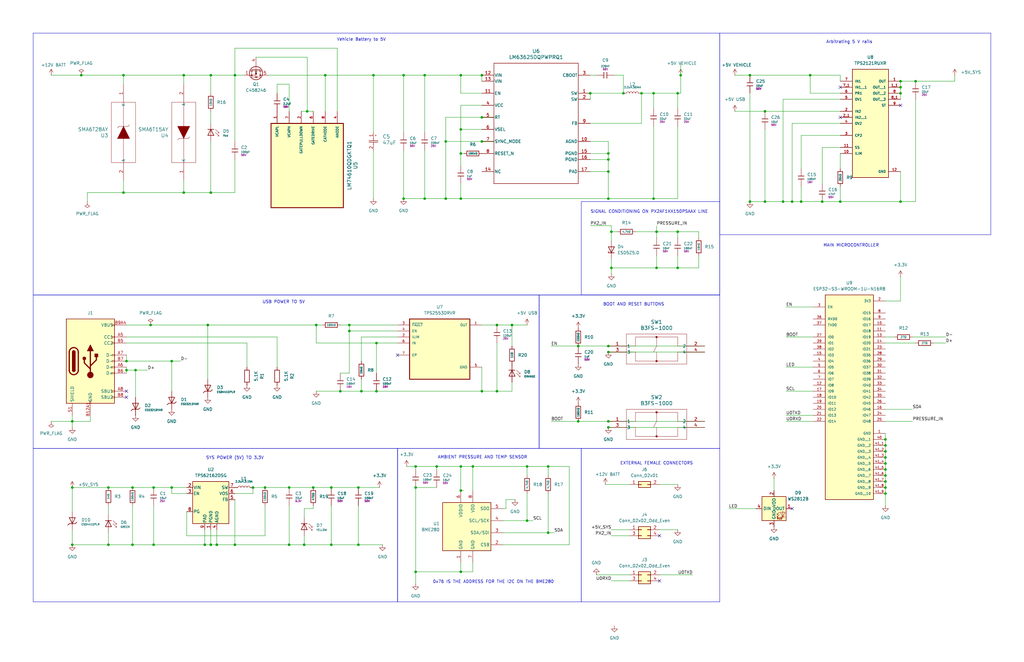
<source format=kicad_sch>
(kicad_sch (version 20250114) (generator "eeschema") (generator_version "9.0")
  (paper "B")
  (title_block (title "ESP32 S3") (rev "A") (company "Air Scales"))
  (rectangle (start 13.97 189.23) (end 167.64 254))
  (rectangle (start 167.64 189.23) (end 245.11 254))
  (rectangle (start 227.33 124.46) (end 303.53 189.23))
  (rectangle (start 303.53 13.97) (end 417.83 99.06))
  (rectangle (start 245.11 85.09) (end 303.53 124.46))
  (rectangle (start 13.97 13.97) (end 303.53 124.46))
  (rectangle (start 13.97 124.46) (end 227.33 189.23))
  (rectangle (start 245.11 189.23) (end 303.53 254))
  (text "EXTERNAL FEMALE CONNECTORS" (at 276.86 195.58 0) (effects (font (size 1.27 1.27))))
  (text "0x76 IS THE ADDRESS FOR THE I2C ON THE BME280" (at 208.026 245.618 0) (effects (font (size 1.27 1.27))))
  (text "Arbitrating 5 V rails" (at 358.14 17.78 0) (effects (font (size 1.27 1.27))))
  (text "MAIN MICROCONTROLLER" (at 358.902 103.632 0) (effects (font (size 1.27 1.27))))
  (text "SIGNAL CONDITIONING ON PX2AF1XX150PSAAX LINE" (at 273.812 89.408 0) (effects (font (size 1.27 1.27))))
  (text "AMBIENT PRESSURE AND TEMP SENSOR" (at 203.454 193.04 0) (effects (font (size 1.27 1.27))))
  (text "USB POWER TO 5V" (at 119.634 127.508 0) (effects (font (size 1.27 1.27))))
  (text "Vehicle Battery to 5V" (at 152.4 16.764 0) (effects (font (size 1.27 1.27))))
  (text "BOOT AND RESET BUTTONS" (at 267.208 128.524 0) (effects (font (size 1.27 1.27))))
  (text "SYS POWER (5V) TO 3.3V" (at 99.06 193.294 0) (effects (font (size 1.27 1.27))))
  (junction (at 194.31 83.82))
  (junction (at 52.07 81.28))
  (junction (at 88.9 229.87))
  (junction (at 316.23 31.75))
  (junction (at 63.5 137.16))
  (junction (at 30.48 205.74))
  (junction (at 199.39 196.85))
  (junction (at 256.54 148.59))
  (junction (at 287.02 31.75))
  (junction (at 285.75 113.03))
  (junction (at 379.73 85.09))
  (junction (at 57.15 156.21))
  (junction (at 337.82 85.09))
  (junction (at 30.48 177.8))
  (junction (at 111.76 205.74))
  (junction (at 86.36 229.87))
  (junction (at 379.73 34.29))
  (junction (at 276.86 113.03))
  (junction (at 158.75 165.1))
  (junction (at 373.38 185.42))
  (junction (at 194.31 31.75))
  (junction (at 77.47 31.75))
  (junction (at 256.54 83.82))
  (junction (at 45.72 205.74))
  (junction (at 215.9 137.16))
  (junction (at 137.16 31.75))
  (junction (at 184.15 196.85))
  (junction (at 106.68 205.74))
  (junction (at 373.38 187.96))
  (junction (at 99.06 229.87))
  (junction (at 157.48 31.75))
  (junction (at 194.31 196.85))
  (junction (at 222.25 219.71))
  (junction (at 121.92 205.74))
  (junction (at 330.2 85.09))
  (junction (at 209.55 137.16))
  (junction (at 87.63 137.16))
  (junction (at 34.29 31.75))
  (junction (at 91.44 229.87))
  (junction (at 373.38 208.28))
  (junction (at 55.88 205.74))
  (junction (at 373.38 193.04))
  (junction (at 194.31 64.77))
  (junction (at 121.92 229.87))
  (junction (at 187.96 83.82))
  (junction (at 88.9 31.75))
  (junction (at 373.38 190.5))
  (junction (at 285.75 39.37))
  (junction (at 45.72 229.87))
  (junction (at 175.26 241.3))
  (junction (at 99.06 31.75))
  (junction (at 248.92 39.37))
  (junction (at 256.54 180.34))
  (junction (at 53.34 156.21))
  (junction (at 386.08 34.29))
  (junction (at 203.2 165.1))
  (junction (at 256.54 64.77))
  (junction (at 139.7 229.87))
  (junction (at 243.84 146.05))
  (junction (at 270.51 39.37))
  (junction (at 194.31 207.01))
  (junction (at 316.23 85.09))
  (junction (at 143.51 165.1))
  (junction (at 379.73 36.83))
  (junction (at 256.54 177.8))
  (junction (at 72.39 205.74))
  (junction (at 222.25 196.85))
  (junction (at 187.96 59.69))
  (junction (at 72.39 152.4))
  (junction (at 170.18 31.75))
  (junction (at 354.33 85.09))
  (junction (at 158.75 144.78))
  (junction (at 170.18 83.82))
  (junction (at 128.27 229.87))
  (junction (at 179.07 31.75))
  (junction (at 179.07 83.82))
  (junction (at 151.13 205.74))
  (junction (at 151.13 229.87))
  (junction (at 322.58 46.99))
  (junction (at 64.77 229.87))
  (junction (at 147.32 139.7))
  (junction (at 88.9 81.28))
  (junction (at 175.26 196.85))
  (junction (at 209.55 165.1))
  (junction (at 129.54 46.99))
  (junction (at 77.47 81.28))
  (junction (at 379.73 39.37))
  (junction (at 203.2 59.69))
  (junction (at 152.4 165.1))
  (junction (at 373.38 198.12))
  (junction (at 194.31 54.61))
  (junction (at 275.59 83.82))
  (junction (at 243.84 177.8))
  (junction (at 256.54 67.31))
  (junction (at 256.54 146.05))
  (junction (at 194.31 241.3))
  (junction (at 341.63 31.75))
  (junction (at 55.88 229.87))
  (junction (at 133.35 137.16))
  (junction (at 373.38 205.74))
  (junction (at 276.86 97.79))
  (junction (at 175.26 205.74))
  (junction (at 139.7 205.74))
  (junction (at 373.38 203.2))
  (junction (at 275.59 39.37))
  (junction (at 257.81 113.03))
  (junction (at 53.34 152.4))
  (junction (at 334.01 85.09))
  (junction (at 373.38 200.66))
  (junction (at 132.08 205.74))
  (junction (at 231.14 196.85))
  (junction (at 322.58 85.09))
  (junction (at 256.54 72.39))
  (junction (at 147.32 137.16))
  (junction (at 231.14 224.79))
  (junction (at 203.2 31.75))
  (junction (at 257.81 97.79))
  (junction (at 52.07 31.75))
  (junction (at 64.77 205.74))
  (junction (at 30.48 229.87))
  (junction (at 203.2 49.53))
  (junction (at 373.38 195.58))
  (junction (at 262.89 39.37))
  (junction (at 285.75 97.79))
  (junction (at 346.71 85.09))
  (no_connect (at 53.34 167.64))
  (no_connect (at 334.01 214.63))
  (no_connect (at 354.33 49.53))
  (no_connect (at 379.73 44.45))
  (no_connect (at 354.33 36.83))
  (no_connect (at 278.13 226.06))
  (no_connect (at 167.64 149.86))
  (no_connect (at 278.13 245.11))
  (no_connect (at 53.34 165.1))
  (wire (pts (xy 137.16 31.75) (xy 157.48 31.75)))
  (wire (pts (xy 167.64 142.24) (xy 152.4 142.24)))
  (wire (pts (xy 99.06 31.75) (xy 102.87 31.75)))
  (wire (pts (xy 132.08 205.74) (xy 139.7 205.74)))
  (wire (pts (xy 248.92 31.75) (xy 251.46 31.75)))
  (wire (pts (xy 203.2 44.45) (xy 194.31 44.45)))
  (wire (pts (xy 285.75 113.03) (xy 294.64 113.03)))
  (wire (pts (xy 222.25 196.85) (xy 222.25 200.66)))
  (wire (pts (xy 30.48 180.34) (xy 30.48 177.8)))
  (wire (pts (xy 213.36 214.63) (xy 212.09 214.63)))
  (wire (pts (xy 203.2 137.16) (xy 209.55 137.16)))
  (wire (pts (xy 171.45 196.85) (xy 175.26 196.85)))
  (wire (pts (xy 64.77 205.74) (xy 72.39 205.74)))
  (wire (pts (xy 248.92 95.25) (xy 257.81 95.25)))
  (wire (pts (xy 331.47 165.1) (xy 342.9 165.1)))
  (wire (pts (xy 256.54 148.59) (xy 297.18 148.59)))
  (wire (pts (xy 322.58 85.09) (xy 322.58 54.61)))
  (wire (pts (xy 379.73 116.84) (xy 379.73 127)))
  (wire (pts (xy 194.31 83.82) (xy 256.54 83.82)))
  (wire (pts (xy 331.47 154.94) (xy 342.9 154.94)))
  (wire (pts (xy 129.54 46.99) (xy 129.54 24.13)))
  (wire (pts (xy 179.07 63.5) (xy 179.07 83.82)))
  (wire (pts (xy 88.9 229.87) (xy 88.9 223.52)))
  (wire (pts (xy 354.33 52.07) (xy 334.01 52.07)))
  (wire (pts (xy 147.32 157.48) (xy 143.51 157.48)))
  (wire (pts (xy 373.38 182.88) (xy 373.38 185.42)))
  (wire (pts (xy 34.29 31.75) (xy 52.07 31.75)))
  (wire (pts (xy 143.51 137.16) (xy 147.32 137.16)))
  (wire (pts (xy 30.48 205.74) (xy 45.72 205.74)))
  (wire (pts (xy 248.92 72.39) (xy 256.54 72.39)))
  (wire (pts (xy 386.08 85.09) (xy 379.73 85.09)))
  (wire (pts (xy 199.39 241.3) (xy 199.39 237.49)))
  (wire (pts (xy 212.09 229.87) (xy 240.03 229.87)))
  (wire (pts (xy 208.28 59.69) (xy 203.2 59.69)))
  (wire (pts (xy 231.14 224.79) (xy 233.68 224.79)))
  (wire (pts (xy 276.86 97.79) (xy 285.75 97.79)))
  (wire (pts (xy 209.55 137.16) (xy 215.9 137.16)))
  (wire (pts (xy 294.64 113.03) (xy 294.64 107.95)))
  (wire (pts (xy 30.48 177.8) (xy 30.48 175.26)))
  (wire (pts (xy 337.82 57.15) (xy 337.82 71.12)))
  (wire (pts (xy 373.38 195.58) (xy 373.38 198.12)))
  (wire (pts (xy 265.43 242.57) (xy 251.46 242.57)))
  (wire (pts (xy 78.74 215.9) (xy 78.74 226.06)))
  (wire (pts (xy 341.63 31.75) (xy 354.33 31.75)))
  (wire (pts (xy 64.77 229.87) (xy 55.88 229.87)))
  (wire (pts (xy 86.36 223.52) (xy 86.36 229.87)))
  (wire (pts (xy 133.35 144.78) (xy 133.35 137.16)))
  (wire (pts (xy 104.14 154.94) (xy 104.14 144.78)))
  (wire (pts (xy 203.2 31.75) (xy 203.2 34.29)))
  (wire (pts (xy 309.88 31.75) (xy 316.23 31.75)))
  (wire (pts (xy 99.06 31.75) (xy 99.06 59.69)))
  (wire (pts (xy 99.06 210.82) (xy 99.06 229.87)))
  (wire (pts (xy 57.15 156.21) (xy 62.23 156.21)))
  (wire (pts (xy 72.39 208.28) (xy 72.39 205.74)))
  (wire (pts (xy 30.48 223.52) (xy 30.48 229.87)))
  (wire (pts (xy 222.25 208.28) (xy 222.25 219.71)))
  (wire (pts (xy 106.68 205.74) (xy 106.68 208.28)))
  (wire (pts (xy 386.08 41.91) (xy 386.08 85.09)))
  (wire (pts (xy 88.9 46.99) (xy 88.9 52.07)))
  (wire (pts (xy 128.27 226.06) (xy 128.27 229.87)))
  (wire (pts (xy 179.07 31.75) (xy 179.07 55.88)))
  (wire (pts (xy 88.9 31.75) (xy 88.9 39.37)))
  (wire (pts (xy 379.73 85.09) (xy 354.33 85.09)))
  (wire (pts (xy 354.33 39.37) (xy 341.63 39.37)))
  (wire (pts (xy 354.33 31.75) (xy 354.33 34.29)))
  (wire (pts (xy 55.88 205.74) (xy 64.77 205.74)))
  (wire (pts (xy 248.92 67.31) (xy 256.54 67.31)))
  (wire (pts (xy 194.31 196.85) (xy 199.39 196.85)))
  (wire (pts (xy 129.54 46.99) (xy 132.08 46.99)))
  (wire (pts (xy 53.34 152.4) (xy 72.39 152.4)))
  (wire (pts (xy 194.31 241.3) (xy 199.39 241.3)))
  (wire (pts (xy 53.34 137.16) (xy 63.5 137.16)))
  (wire (pts (xy 307.34 214.63) (xy 318.77 214.63)))
  (wire (pts (xy 99.06 67.31) (xy 99.06 81.28)))
  (wire (pts (xy 45.72 217.17) (xy 45.72 213.36)))
  (wire (pts (xy 88.9 229.87) (xy 91.44 229.87)))
  (wire (pts (xy 285.75 39.37) (xy 287.02 39.37)))
  (wire (pts (xy 52.07 35.56) (xy 52.07 31.75)))
  (wire (pts (xy 175.26 205.74) (xy 175.26 241.3)))
  (wire (pts (xy 158.75 144.78) (xy 158.75 157.48)))
  (wire (pts (xy 106.68 205.74) (xy 111.76 205.74)))
  (wire (pts (xy 256.54 67.31) (xy 256.54 72.39)))
  (wire (pts (xy 278.13 223.52) (xy 285.75 223.52)))
  (wire (pts (xy 116.84 39.37) (xy 116.84 35.56)))
  (wire (pts (xy 402.59 34.29) (xy 402.59 31.75)))
  (wire (pts (xy 36.83 81.28) (xy 36.83 85.09)))
  (wire (pts (xy 379.73 34.29) (xy 379.73 36.83)))
  (wire (pts (xy 157.48 55.88) (xy 157.48 31.75)))
  (wire (pts (xy 87.63 137.16) (xy 87.63 160.02)))
  (wire (pts (xy 373.38 185.42) (xy 373.38 187.96)))
  (wire (pts (xy 199.39 196.85) (xy 199.39 207.01)))
  (wire (pts (xy 259.08 31.75) (xy 262.89 31.75)))
  (wire (pts (xy 354.33 57.15) (xy 337.82 57.15)))
  (wire (pts (xy 194.31 31.75) (xy 203.2 31.75)))
  (wire (pts (xy 72.39 152.4) (xy 76.2 152.4)))
  (wire (pts (xy 88.9 81.28) (xy 99.06 81.28)))
  (wire (pts (xy 248.92 39.37) (xy 262.89 39.37)))
  (wire (pts (xy 248.92 64.77) (xy 256.54 64.77)))
  (wire (pts (xy 52.07 31.75) (xy 77.47 31.75)))
  (wire (pts (xy 337.82 85.09) (xy 334.01 85.09)))
  (wire (pts (xy 152.4 165.1) (xy 143.51 165.1)))
  (wire (pts (xy 248.92 59.69) (xy 256.54 59.69)))
  (wire (pts (xy 203.2 165.1) (xy 158.75 165.1)))
  (wire (pts (xy 257.81 97.79) (xy 260.35 97.79)))
  (wire (pts (xy 199.39 196.85) (xy 222.25 196.85)))
  (wire (pts (xy 77.47 31.75) (xy 77.47 35.56)))
  (wire (pts (xy 194.31 64.77) (xy 195.58 64.77)))
  (wire (pts (xy 292.1 242.57) (xy 278.13 242.57)))
  (wire (pts (xy 170.18 31.75) (xy 170.18 55.88)))
  (wire (pts (xy 346.71 85.09) (xy 354.33 85.09)))
  (wire (pts (xy 78.74 208.28) (xy 72.39 208.28)))
  (wire (pts (xy 64.77 213.36) (xy 64.77 229.87)))
  (wire (pts (xy 331.47 177.8) (xy 342.9 177.8)))
  (wire (pts (xy 222.25 196.85) (xy 231.14 196.85)))
  (wire (pts (xy 354.33 41.91) (xy 330.2 41.91)))
  (wire (pts (xy 55.88 213.36) (xy 55.88 229.87)))
  (wire (pts (xy 72.39 152.4) (xy 72.39 165.1)))
  (wire (pts (xy 276.86 113.03) (xy 285.75 113.03)))
  (wire (pts (xy 379.73 39.37) (xy 379.73 41.91)))
  (wire (pts (xy 187.96 49.53) (xy 187.96 59.69)))
  (wire (pts (xy 179.07 31.75) (xy 194.31 31.75)))
  (wire (pts (xy 116.84 142.24) (xy 53.34 142.24)))
  (wire (pts (xy 276.86 107.95) (xy 276.86 113.03)))
  (wire (pts (xy 194.31 207.01) (xy 195.58 207.01)))
  (wire (pts (xy 373.38 142.24) (xy 377.19 142.24)))
  (wire (pts (xy 111.76 205.74) (xy 121.92 205.74)))
  (wire (pts (xy 256.54 64.77) (xy 256.54 67.31)))
  (wire (pts (xy 147.32 139.7) (xy 167.64 139.7)))
  (wire (pts (xy 128.27 229.87) (xy 121.92 229.87)))
  (wire (pts (xy 158.75 144.78) (xy 167.64 144.78)))
  (wire (pts (xy 248.92 39.37) (xy 248.92 41.91)))
  (wire (pts (xy 213.36 210.82) (xy 217.17 210.82)))
  (wire (pts (xy 151.13 229.87) (xy 151.13 213.36)))
  (wire (pts (xy 285.75 53.34) (xy 285.75 83.82)))
  (wire (pts (xy 331.47 142.24) (xy 342.9 142.24)))
  (wire (pts (xy 322.58 85.09) (xy 316.23 85.09)))
  (wire (pts (xy 257.81 95.25) (xy 257.81 97.79)))
  (wire (pts (xy 175.26 241.3) (xy 194.31 241.3)))
  (wire (pts (xy 256.54 177.8) (xy 297.18 177.8)))
  (wire (pts (xy 57.15 156.21) (xy 57.15 167.64)))
  (wire (pts (xy 316.23 31.75) (xy 341.63 31.75)))
  (wire (pts (xy 341.63 39.37) (xy 341.63 31.75)))
  (wire (pts (xy 175.26 246.38) (xy 175.26 241.3)))
  (wire (pts (xy 53.34 149.86) (xy 53.34 152.4)))
  (wire (pts (xy 267.97 97.79) (xy 276.86 97.79)))
  (wire (pts (xy 232.41 146.05) (xy 243.84 146.05)))
  (wire (pts (xy 257.81 97.79) (xy 257.81 101.6)))
  (wire (pts (xy 63.5 137.16) (xy 87.63 137.16)))
  (wire (pts (xy 133.35 144.78) (xy 158.75 144.78)))
  (wire (pts (xy 175.26 205.74) (xy 184.15 205.74)))
  (wire (pts (xy 128.27 229.87) (xy 139.7 229.87)))
  (wire (pts (xy 52.07 76.2) (xy 52.07 81.28)))
  (wire (pts (xy 147.32 139.7) (xy 147.32 157.48)))
  (wire (pts (xy 175.26 196.85) (xy 184.15 196.85)))
  (wire (pts (xy 87.63 137.16) (xy 133.35 137.16)))
  (wire (pts (xy 379.73 127) (xy 373.38 127)))
  (wire (pts (xy 143.51 165.1) (xy 133.35 165.1)))
  (wire (pts (xy 231.14 208.28) (xy 231.14 224.79)))
  (wire (pts (xy 346.71 62.23) (xy 354.33 62.23)))
  (wire (pts (xy 331.47 175.26) (xy 342.9 175.26)))
  (wire (pts (xy 287.02 39.37) (xy 287.02 31.75)))
  (wire (pts (xy 127 46.99) (xy 129.54 46.99)))
  (wire (pts (xy 384.81 142.24) (xy 398.78 142.24)))
  (wire (pts (xy 30.48 215.9) (xy 30.48 205.74)))
  (wire (pts (xy 184.15 196.85) (xy 184.15 198.12)))
  (wire (pts (xy 316.23 39.37) (xy 316.23 85.09)))
  (wire (pts (xy 187.96 83.82) (xy 194.31 83.82)))
  (wire (pts (xy 275.59 39.37) (xy 285.75 39.37)))
  (wire (pts (xy 212.09 224.79) (xy 231.14 224.79)))
  (wire (pts (xy 45.72 224.79) (xy 45.72 229.87)))
  (wire (pts (xy 91.44 229.87) (xy 91.44 223.52)))
  (wire (pts (xy 52.07 81.28) (xy 36.83 81.28)))
  (wire (pts (xy 285.75 97.79) (xy 294.64 97.79)))
  (wire (pts (xy 373.38 177.8) (xy 384.81 177.8)))
  (wire (pts (xy 170.18 31.75) (xy 157.48 31.75)))
  (wire (pts (xy 209.55 165.1) (xy 203.2 165.1)))
  (wire (pts (xy 373.38 190.5) (xy 373.38 193.04)))
  (wire (pts (xy 152.4 160.02) (xy 152.4 165.1)))
  (wire (pts (xy 256.54 59.69) (xy 256.54 64.77)))
  (wire (pts (xy 231.14 200.66) (xy 231.14 196.85)))
  (wire (pts (xy 278.13 204.47) (xy 285.75 204.47)))
  (wire (pts (xy 99.06 20.32) (xy 99.06 31.75)))
  (wire (pts (xy 194.31 196.85) (xy 194.31 207.01)))
  (wire (pts (xy 139.7 205.74) (xy 151.13 205.74)))
  (wire (pts (xy 373.38 205.74) (xy 373.38 208.28)))
  (wire (pts (xy 203.2 49.53) (xy 187.96 49.53)))
  (wire (pts (xy 170.18 63.5) (xy 170.18 83.82)))
  (wire (pts (xy 104.14 144.78) (xy 53.34 144.78)))
  (wire (pts (xy 86.36 229.87) (xy 88.9 229.87)))
  (wire (pts (xy 151.13 229.87) (xy 139.7 229.87)))
  (wire (pts (xy 215.9 137.16) (xy 215.9 146.05)))
  (wire (pts (xy 222.25 219.71) (xy 224.79 219.71)))
  (wire (pts (xy 275.59 39.37) (xy 270.51 39.37)))
  (wire (pts (xy 88.9 31.75) (xy 99.06 31.75)))
  (wire (pts (xy 231.14 196.85) (xy 240.03 196.85)))
  (wire (pts (xy 64.77 229.87) (xy 86.36 229.87)))
  (wire (pts (xy 137.16 31.75) (xy 137.16 46.99)))
  (wire (pts (xy 72.39 205.74) (xy 78.74 205.74)))
  (wire (pts (xy 21.59 177.8) (xy 30.48 177.8)))
  (wire (pts (xy 373.38 200.66) (xy 373.38 203.2)))
  (wire (pts (xy 128.27 218.44) (xy 128.27 214.63)))
  (wire (pts (xy 330.2 85.09) (xy 322.58 85.09)))
  (wire (pts (xy 213.36 210.82) (xy 213.36 214.63)))
  (wire (pts (xy 373.38 208.28) (xy 373.38 213.36)))
  (wire (pts (xy 256.54 83.82) (xy 275.59 83.82)))
  (wire (pts (xy 255.27 204.47) (xy 265.43 204.47)))
  (wire (pts (xy 88.9 59.69) (xy 88.9 81.28)))
  (wire (pts (xy 209.55 144.78) (xy 209.55 165.1)))
  (wire (pts (xy 170.18 31.75) (xy 179.07 31.75)))
  (wire (pts (xy 334.01 52.07) (xy 334.01 85.09)))
  (wire (pts (xy 331.47 129.54) (xy 342.9 129.54)))
  (wire (pts (xy 309.88 46.99) (xy 322.58 46.99)))
  (wire (pts (xy 142.24 46.99) (xy 142.24 20.32)))
  (wire (pts (xy 121.92 35.56) (xy 121.92 46.99)))
  (wire (pts (xy 294.64 97.79) (xy 294.64 100.33)))
  (wire (pts (xy 373.38 198.12) (xy 373.38 200.66)))
  (wire (pts (xy 386.08 34.29) (xy 402.59 34.29)))
  (wire (pts (xy 215.9 165.1) (xy 209.55 165.1)))
  (wire (pts (xy 257.81 113.03) (xy 257.81 109.22)))
  (wire (pts (xy 379.73 36.83) (xy 379.73 39.37)))
  (wire (pts (xy 285.75 39.37) (xy 285.75 45.72)))
  (wire (pts (xy 215.9 161.29) (xy 215.9 165.1)))
  (wire (pts (xy 111.76 213.36) (xy 111.76 226.06)))
  (wire (pts (xy 330.2 41.91) (xy 330.2 85.09)))
  (wire (pts (xy 116.84 154.94) (xy 116.84 142.24)))
  (wire (pts (xy 30.48 229.87) (xy 45.72 229.87)))
  (wire (pts (xy 116.84 35.56) (xy 121.92 35.56)))
  (wire (pts (xy 354.33 64.77) (xy 354.33 71.12)))
  (wire (pts (xy 128.27 214.63) (xy 132.08 214.63)))
  (wire (pts (xy 326.39 201.93) (xy 326.39 207.01)))
  (wire (pts (xy 285.75 97.79) (xy 285.75 100.33)))
  (wire (pts (xy 275.59 83.82) (xy 285.75 83.82)))
  (wire (pts (xy 77.47 81.28) (xy 52.07 81.28)))
  (wire (pts (xy 30.48 177.8) (xy 38.1 177.8)))
  (wire (pts (xy 203.2 39.37) (xy 194.31 39.37)))
  (wire (pts (xy 99.06 229.87) (xy 121.92 229.87)))
  (wire (pts (xy 184.15 196.85) (xy 194.31 196.85)))
  (wire (pts (xy 276.86 97.79) (xy 276.86 95.25)))
  (wire (pts (xy 194.31 39.37) (xy 194.31 31.75)))
  (wire (pts (xy 53.34 156.21) (xy 53.34 157.48)))
  (wire (pts (xy 194.31 44.45) (xy 194.31 54.61)))
  (wire (pts (xy 256.54 146.05) (xy 297.18 146.05)))
  (wire (pts (xy 285.75 107.95) (xy 285.75 113.03)))
  (wire (pts (xy 257.81 223.52) (xy 265.43 223.52)))
  (wire (pts (xy 129.54 24.13) (xy 107.95 24.13)))
  (wire (pts (xy 373.38 187.96) (xy 373.38 190.5)))
  (wire (pts (xy 262.89 31.75) (xy 262.89 39.37)))
  (wire (pts (xy 257.81 113.03) (xy 276.86 113.03)))
  (wire (pts (xy 99.06 229.87) (xy 91.44 229.87)))
  (wire (pts (xy 158.75 165.1) (xy 152.4 165.1)))
  (wire (pts (xy 113.03 31.75) (xy 137.16 31.75)))
  (wire (pts (xy 257.81 245.11) (xy 265.43 245.11)))
  (wire (pts (xy 170.18 83.82) (xy 179.07 83.82)))
  (wire (pts (xy 232.41 177.8) (xy 243.84 177.8)))
  (wire (pts (xy 45.72 205.74) (xy 55.88 205.74)))
  (wire (pts (xy 256.54 72.39) (xy 256.54 83.82)))
  (wire (pts (xy 379.73 72.39) (xy 379.73 85.09)))
  (wire (pts (xy 256.54 180.34) (xy 297.18 180.34)))
  (wire (pts (xy 175.26 196.85) (xy 175.26 198.12)))
  (wire (pts (xy 194.31 54.61) (xy 194.31 64.77)))
  (wire (pts (xy 275.59 45.72) (xy 275.59 39.37)))
  (wire (pts (xy 240.03 229.87) (xy 240.03 196.85)))
  (wire (pts (xy 287.02 26.67) (xy 287.02 31.75)))
  (wire (pts (xy 275.59 53.34) (xy 275.59 83.82)))
  (wire (pts (xy 373.38 203.2) (xy 373.38 205.74)))
  (wire (pts (xy 106.68 208.28) (xy 99.06 208.28)))
  (wire (pts (xy 55.88 229.87) (xy 45.72 229.87)))
  (wire (pts (xy 77.47 31.75) (xy 88.9 31.75)))
  (wire (pts (xy 157.48 63.5) (xy 157.48 83.82)))
  (wire (pts (xy 212.09 219.71) (xy 222.25 219.71)))
  (wire (pts (xy 194.31 64.77) (xy 194.31 69.85)))
  (wire (pts (xy 132.08 214.63) (xy 132.08 213.36)))
  (wire (pts (xy 21.59 31.75) (xy 34.29 31.75)))
  (wire (pts (xy 346.71 62.23) (xy 346.71 77.47)))
  (wire (pts (xy 151.13 205.74) (xy 160.02 205.74)))
  (wire (pts (xy 111.76 226.06) (xy 78.74 226.06)))
  (wire (pts (xy 373.38 193.04) (xy 373.38 195.58)))
  (wire (pts (xy 133.35 137.16) (xy 135.89 137.16)))
  (wire (pts (xy 373.38 144.78) (xy 386.08 144.78)))
  (wire (pts (xy 257.81 226.06) (xy 265.43 226.06)))
  (wire (pts (xy 38.1 177.8) (xy 38.1 175.26)))
  (wire (pts (xy 194.31 54.61) (xy 203.2 54.61)))
  (wire (pts (xy 77.47 76.2) (xy 77.47 81.28)))
  (wire (pts (xy 393.7 144.78) (xy 398.78 144.78)))
  (wire (pts (xy 147.32 137.16) (xy 167.64 137.16)))
  (wire (pts (xy 270.51 52.07) (xy 248.92 52.07)))
  (wire (pts (xy 373.38 172.72) (xy 384.81 172.72)))
  (wire (pts (xy 257.81 115.57) (xy 257.81 113.03)))
  (wire (pts (xy 187.96 59.69) (xy 203.2 59.69)))
  (wire (pts (xy 187.96 59.69) (xy 187.96 83.82)))
  (wire (pts (xy 276.86 97.79) (xy 276.86 100.33)))
  (wire (pts (xy 243.84 177.8) (xy 256.54 177.8)))
  (wire (pts (xy 379.73 34.29) (xy 386.08 34.29)))
  (wire (pts (xy 53.34 156.21) (xy 57.15 156.21)))
  (wire (pts (xy 121.92 205.74) (xy 132.08 205.74)))
  (wire (pts (xy 215.9 137.16) (xy 222.25 137.16)))
  (wire (pts (xy 152.4 142.24) (xy 152.4 152.4)))
  (wire (pts (xy 337.82 85.09) (xy 346.71 85.09)))
  (wire (pts (xy 194.31 77.47) (xy 194.31 83.82)))
  (wire (pts (xy 121.92 213.36) (xy 121.92 229.87)))
  (wire (pts (xy 147.32 137.16) (xy 147.32 139.7)))
  (wire (pts (xy 142.24 20.32) (xy 99.06 20.32)))
  (wire (pts (xy 354.33 78.74) (xy 354.33 85.09)))
  (wire (pts (xy 322.58 46.99) (xy 354.33 46.99)))
  (wire (pts (xy 203.2 154.94) (xy 203.2 165.1)))
  (wire (pts (xy 53.34 154.94) (xy 53.34 156.21)))
  (wire (pts (xy 208.28 49.53) (xy 203.2 49.53)))
  (wire (pts (xy 179.07 83.82) (xy 187.96 83.82)))
  (wire (pts (xy 151.13 229.87) (xy 161.29 229.87)))
  (wire (pts (xy 139.7 229.87) (xy 139.7 213.36)))
  (wire (pts (xy 243.84 146.05) (xy 256.54 146.05)))
  (wire (pts (xy 337.82 78.74) (xy 337.82 85.09)))
  (wire (pts (xy 194.31 241.3) (xy 194.31 237.49)))
  (wire (pts (xy 334.01 85.09) (xy 330.2 85.09)))
  (wire (pts (xy 88.9 81.28) (xy 77.47 81.28)))
  (wire (pts (xy 270.51 39.37) (xy 270.51 52.07)))
  (label "PX2_IN" (at 248.92 95.25 0))
  (label "LED" (at 331.47 154.94 0))
  (label "PRESSURE_IN" (at 276.86 95.25 0))
  (label "SCL" (at 331.47 165.1 0))
  (label "BOOT" (at 232.41 177.8 0))
  (label "BOOT" (at 331.47 142.24 0))
  (label "+5V_SYS" (at 257.81 223.52 180))
  (label "SDA" (at 233.68 224.79 0))
  (label "U0RXD" (at 331.47 177.8 0))
  (label "SDA" (at 384.81 172.72 0))
  (label "D+" (at 62.23 156.21 0))
  (label "LED" (at 307.34 214.63 0))
  (label "PRESSURE_IN" (at 384.81 177.8 0))
  (label "EN" (at 232.41 146.05 0))
  (label "D-" (at 398.78 142.24 0))
  (label "U0RXD" (at 257.81 245.11 180))
  (label "EN" (at 331.47 129.54 0))
  (label "D+" (at 398.78 144.78 0))
  (label "PX2_IN" (at 257.81 226.06 180))
  (label "U0TXD" (at 292.1 242.57 180))
  (label "D-" (at 76.2 152.4 0))
  (label "SCL" (at 224.79 219.71 0))
  (label "U0TXD" (at 331.47 175.26 0))
  (symbol (lib_id "PCM_JLCPCB-Capacitors:0402,100nF") (at 337.82 74.93 0) (unit 1)
    (property "Reference" "C15" (at 340.36 73.6599 0) (effects (justify left)))
    (property "Value" "100nF" (at 340.36 75.565 0) (effects (font (size 0.8 0.8)) (justify left)))
    (property "Footprint" "PCM_JLCPCB:C_0402" (effects (hide yes)))
    (property "Datasheet" "https://www.lcsc.com/datasheet/lcsc_datasheet_2304140030_Samsung-Electro-Mechanics-CL05B104KO5NNNC_C1525.pdf" (effects (hide yes)))
    (property "Description" "16V 100nF X7R ±10% 0402 Multilayer Ceramic Capacitors MLCC - SMD/SMT ROHS" (effects (hide yes)))
    (property "LCSC" "C1525" (effects (hide yes)))
    (property "Stock" "20208285" (effects (hide yes)))
    (property "Price" "0.004USD" (effects (hide yes)))
    (property "Process" "SMT" (effects (hide yes)))
    (property "Minimum Qty" "20" (effects (hide yes)))
    (property "Attrition Qty" "10" (effects (hide yes)))
    (property "Class" "Basic Component" (effects (hide yes)))
    (property "Category" "Capacitors,Multilayer Ceramic Capacitors MLCC - SMD/SMT" (effects (hide yes)))
    (property "Manufacturer" "Samsung Electro-Mechanics" (effects (hide yes)))
    (property "Part" "CL05B104KO5NNNC" (effects (hide yes)))
    (property "Voltage Rated" "16V" (at 340.36 76.835 0) (effects (font (size 0.8 0.8)) (justify left)))
    (property "Tolerance" "±10%" (effects (hide yes)))
    (property "Capacitance" "100nF" (effects (hide yes)))
    (property "Temperature Coefficient" "X7R" (effects (hide yes)))
  )
  (symbol (lib_id "PCM_JLCPCB-Diodes:TVS-Uni,SMF20A") (at 30.48 219.71 0) (unit 1)
    (property "Reference" "D10" (at 34.29 219.3924 0) (effects (justify left)))
    (property "Value" "ESD441DPLR" (at 34.29 221.2975 0) (effects (font (size 0.8 0.8)) (justify left)))
    (property "Footprint" "PCM_JLCPCB:D_SOD-123FL" (effects (hide yes)))
    (property "Datasheet" "https://www.lcsc.com/datasheet/lcsc_datasheet_2409201747_hongjiacheng-SMF20A_C41411782.pdf" (effects (hide yes)))
    (property "Description" "SOD-123FL ESD and Surge Protection (TVS/ESD) ROHS" (effects (hide yes)))
    (property "LCSC" "C41411782" (effects (hide yes)))
    (property "Stock" "34292" (effects (hide yes)))
    (property "Price" "0.026USD" (effects (hide yes)))
    (property "Process" "SMT" (effects (hide yes)))
    (property "Minimum Qty" "15" (effects (hide yes)))
    (property "Attrition Qty" "4" (effects (hide yes)))
    (property "Class" "Preferred Component" (effects (hide yes)))
    (property "Category" "Circuit Protection,ESD And Surge Protection (TVS/ESD)" (effects (hide yes)))
    (property "Manufacturer" "hongjiacheng" (effects (hide yes)))
    (property "Part" "SMF20A" (effects (hide yes)))
  )
  (symbol (lib_id "PCM_JLCPCB-Diodes:LED,0603,Red") (at 45.72 220.98 180) (unit 1)
    (property "Reference" "D6" (at 50.8 220.4401 0) (effects (justify right)))
    (property "Value" "GREEN" (at 50.8 222.3452 0) (effects (font (size 0.8 0.8)) (justify right)))
    (property "Footprint" "PCM_JLCPCB:D_0603" (effects (hide yes)))
    (property "Datasheet" "https://www.lcsc.com/datasheet/lcsc_datasheet_1810231112_Hubei-KENTO-Elec-KT-0603R_C2286.pdf" (effects (hide yes)))
    (property "Description" "-40°C~+85°C Red 0603 LED Indication - Discrete ROHS" (effects (hide yes)))
    (property "LCSC" "C2286" (effects (hide yes)))
    (property "Stock" "5373336" (effects (hide yes)))
    (property "Price" "0.009USD" (effects (hide yes)))
    (property "Process" "SMT" (effects (hide yes)))
    (property "Minimum Qty" "20" (effects (hide yes)))
    (property "Attrition Qty" "10" (effects (hide yes)))
    (property "Class" "Basic Component" (effects (hide yes)))
    (property "Category" "Optocouplers & LEDs & Infrared,Light Emitting Diodes (LED)" (effects (hide yes)))
    (property "Manufacturer" "Hubei KENTO Elec" (effects (hide yes)))
    (property "Part" "KT-0603R" (effects (hide yes)))
  )
  (symbol (lib_id "PCM_JLCPCB-Capacitors:1206,1uF") (at 194.31 73.66 0) (unit 1)
    (property "Reference" "C8" (at 196.85 72.3899 0) (effects (justify left)))
    (property "Value" "1uF" (at 196.85 74.295 0) (effects (font (size 0.8 0.8)) (justify left)))
    (property "Footprint" "PCM_JLCPCB:C_1206" (effects (hide yes)))
    (property "Datasheet" "https://www.lcsc.com/datasheet/lcsc_datasheet_2304140030_Samsung-Electro-Mechanics-CL31B105KBHNNNE_C1848.pdf" (effects (hide yes)))
    (property "Description" "50V 1uF X7R ±10% 1206 Multilayer Ceramic Capacitors MLCC - SMD/SMT ROHS" (effects (hide yes)))
    (property "LCSC" "C1848" (effects (hide yes)))
    (property "Stock" "508960" (effects (hide yes)))
    (property "Price" "0.022USD" (effects (hide yes)))
    (property "Process" "SMT" (effects (hide yes)))
    (property "Minimum Qty" "15" (effects (hide yes)))
    (property "Attrition Qty" "4" (effects (hide yes)))
    (property "Class" "Basic Component" (effects (hide yes)))
    (property "Category" "Capacitors,Multilayer Ceramic Capacitors MLCC - SMD/SMT" (effects (hide yes)))
    (property "Manufacturer" "Samsung Electro-Mechanics" (effects (hide yes)))
    (property "Part" "CL31B105KBHNNNE" (effects (hide yes)))
    (property "Voltage Rated" "50V" (at 196.85 75.565 0) (effects (font (size 0.8 0.8)) (justify left)))
    (property "Tolerance" "±10%" (effects (hide yes)))
    (property "Capacitance" "1uF" (effects (hide yes)))
    (property "Temperature Coefficient" "X7R" (effects (hide yes)))
  )
  (symbol (lib_id "power:GND") (at 161.29 229.87 0) (unit 1)
    (property "Reference" "#PWR023" (effects (hide yes)))
    (property "Value" "GND" (at 161.29 234.95 0))
    (property "Description" "Power symbol creates a global label with name \"GND\" , ground" (effects (hide yes)))
  )
  (symbol (lib_id "PCM_JLCPCB-Capacitors:1206,10uF") (at 170.18 59.69 0) (unit 1)
    (property "Reference" "C6" (at 172.72 58.4199 0) (effects (justify left)))
    (property "Value" "10uF" (at 172.72 60.325 0) (effects (font (size 0.8 0.8)) (justify left)))
    (property "Footprint" "PCM_JLCPCB:C_1206" (effects (hide yes)))
    (property "Datasheet" "https://www.lcsc.com/datasheet/lcsc_datasheet_2304140030_Samsung-Electro-Mechanics-CL31A106KBHNNNE_C13585.pdf" (effects (hide yes)))
    (property "Description" "50V 10uF X5R ±10% 1206 Multilayer Ceramic Capacitors MLCC - SMD/SMT ROHS" (effects (hide yes)))
    (property "LCSC" "C13585" (effects (hide yes)))
    (property "Stock" "3698334" (effects (hide yes)))
    (property "Price" "0.035USD" (effects (hide yes)))
    (property "Process" "SMT" (effects (hide yes)))
    (property "Minimum Qty" "5" (effects (hide yes)))
    (property "Attrition Qty" "4" (effects (hide yes)))
    (property "Class" "Basic Component" (effects (hide yes)))
    (property "Category" "Capacitors,Multilayer Ceramic Capacitors MLCC - SMD/SMT" (effects (hide yes)))
    (property "Manufacturer" "Samsung Electro-Mechanics" (effects (hide yes)))
    (property "Part" "CL31A106KBHNNNE" (effects (hide yes)))
    (property "Voltage Rated" "50V" (at 172.72 61.595 0) (effects (font (size 0.8 0.8)) (justify left)))
    (property "Tolerance" "±10%" (effects (hide yes)))
    (property "Capacitance" "10uF" (effects (hide yes)))
    (property "Temperature Coefficient" "X5R" (effects (hide yes)))
  )
  (symbol (lib_id "PCM_JLCPCB-Capacitors:1206,22uF,(2)") (at 285.75 49.53 0) (unit 1)
    (property "Reference" "C11" (at 288.29 48.2599 0) (effects (justify left)))
    (property "Value" "22uF" (at 288.29 50.165 0) (effects (font (size 0.8 0.8)) (justify left)))
    (property "Footprint" "PCM_JLCPCB:C_1206" (effects (hide yes)))
    (property "Datasheet" "https://www.lcsc.com/datasheet/lcsc_datasheet_2304140030_Samsung-Electro-Mechanics-CL31A226KAHNNNE_C12891.pdf" (effects (hide yes)))
    (property "Description" "25V 22uF X5R ±10% 1206 Multilayer Ceramic Capacitors MLCC - SMD/SMT ROHS" (effects (hide yes)))
    (property "LCSC" "C12891" (effects (hide yes)))
    (property "Stock" "2183567" (effects (hide yes)))
    (property "Price" "0.046USD" (effects (hide yes)))
    (property "Process" "SMT" (effects (hide yes)))
    (property "Minimum Qty" "5" (effects (hide yes)))
    (property "Attrition Qty" "4" (effects (hide yes)))
    (property "Class" "Basic Component" (effects (hide yes)))
    (property "Category" "Capacitors,Multilayer Ceramic Capacitors MLCC - SMD/SMT" (effects (hide yes)))
    (property "Manufacturer" "Samsung Electro-Mechanics" (effects (hide yes)))
    (property "Part" "CL31A226KAHNNNE" (effects (hide yes)))
    (property "Voltage Rated" "25V" (at 288.29 51.435 0) (effects (font (size 0.8 0.8)) (justify left)))
    (property "Tolerance" "±10%" (effects (hide yes)))
    (property "Capacitance" "22uF" (effects (hide yes)))
    (property "Temperature Coefficient" "X5R" (effects (hide yes)))
  )
  (symbol (lib_id "power:PWR_FLAG") (at 21.59 177.8 180) (unit 1)
    (property "Reference" "#FLG04" (effects (hide yes)))
    (property "Value" "PWR_FLAG" (at 21.59 182.88 0))
    (property "Description" "Special symbol for telling ERC where power comes from" (effects (hide yes)))
  )
  (symbol (lib_id "PCM_JLCPCB-Extended:LED, WS2812B, 1615") (at 326.39 214.63 0) (unit 1)
    (property "Reference" "D9" (at 336.55 207.9661 0))
    (property "Value" "WS2812B" (at 336.55 210.5061 0))
    (property "Footprint" "PCM_JLCPCB:LED-SMD_4P-L1.6-W1.5_XL-1615RGBC-WS2812B" (effects (hide yes)))
    (property "Datasheet" "https://atta.szlcsc.com/upload/public/pdf/source/20230111/5AD58278EBED6B6650A81C53A19BF314.pdf" (effects (hide yes)))
    (property "Description" "1615 RGB LEDs(Built-in IC) ROHS" (effects (hide yes)))
    (property "LCSC" "C5349954" (effects (hide yes)))
  )
  (symbol (lib_id "LM74610:LM74610QDGKTQ1") (at 129.54 69.85 270) (unit 1)
    (property "Reference" "U5" (at 149.86 69.85 0) (effects (font (size 1.524 1.524))))
    (property "Value" "LM74610QDGKTQ1" (at 147.32 69.85 0) (effects (font (size 1.524 1.524))))
    (property "Footprint" "LM74610QDGKTQ1:SOP65P490X110-8N" (effects (hide yes)))
    (property "Datasheet" "https://www.ti.com/lit/gpn/lm74610-q1" (effects (hide yes)))
  )
  (symbol (lib_id "PCM_JLCPCB-Capacitors:0402,100pF") (at 99.06 63.5 0) (unit 1)
    (property "Reference" "C2" (at 101.6 62.2299 0) (effects (justify left)))
    (property "Value" "100pF" (at 101.6 64.135 0) (effects (font (size 0.8 0.8)) (justify left)))
    (property "Footprint" "PCM_JLCPCB:C_0402" (effects (hide yes)))
    (property "Datasheet" "https://www.lcsc.com/datasheet/lcsc_datasheet_2304140030_FH--Guangdong-Fenghua-Advanced-Tech-0402CG101J500NT_C1546.pdf" (effects (hide yes)))
    (property "Description" "50V 100pF C0G ±5% 0402 Multilayer Ceramic Capacitors MLCC - SMD/SMT ROHS" (effects (hide yes)))
    (property "LCSC" "C1546" (effects (hide yes)))
    (property "Stock" "2554383" (effects (hide yes)))
    (property "Price" "0.004USD" (effects (hide yes)))
    (property "Process" "SMT" (effects (hide yes)))
    (property "Minimum Qty" "20" (effects (hide yes)))
    (property "Attrition Qty" "10" (effects (hide yes)))
    (property "Class" "Basic Component" (effects (hide yes)))
    (property "Category" "Capacitors,Multilayer Ceramic Capacitors MLCC - SMD/SMT" (effects (hide yes)))
    (property "Manufacturer" "FH(Guangdong Fenghua Advanced Tech)" (effects (hide yes)))
    (property "Part" "0402CG101J500NT" (effects (hide yes)))
    (property "Voltage Rated" "50V" (at 101.6 65.405 0) (effects (font (size 0.8 0.8)) (justify left)))
    (property "Tolerance" "±5%" (effects (hide yes)))
    (property "Capacitance" "100pF" (effects (hide yes)))
    (property "Temperature Coefficient" "C0G" (effects (hide yes)))
  )
  (symbol (lib_id "power:GND") (at 157.48 83.82 0) (unit 1)
    (property "Reference" "#PWR010" (effects (hide yes)))
    (property "Value" "GND" (at 157.48 88.9 0))
    (property "Description" "Power symbol creates a global label with name \"GND\" , ground" (effects (hide yes)))
  )
  (symbol (lib_id "PCM_JLCPCB-Capacitors:1206,10uF") (at 316.23 35.56 0) (unit 1)
    (property "Reference" "C25" (at 318.77 34.2899 0) (effects (justify left)))
    (property "Value" "10uF" (at 318.77 36.195 0) (effects (font (size 0.8 0.8)) (justify left)))
    (property "Footprint" "PCM_JLCPCB:C_1206" (effects (hide yes)))
    (property "Datasheet" "https://www.lcsc.com/datasheet/lcsc_datasheet_2304140030_Samsung-Electro-Mechanics-CL31A106KBHNNNE_C13585.pdf" (effects (hide yes)))
    (property "Description" "50V 10uF X5R ±10% 1206 Multilayer Ceramic Capacitors MLCC - SMD/SMT ROHS" (effects (hide yes)))
    (property "LCSC" "C13585" (effects (hide yes)))
    (property "Stock" "3698334" (effects (hide yes)))
    (property "Price" "0.035USD" (effects (hide yes)))
    (property "Process" "SMT" (effects (hide yes)))
    (property "Minimum Qty" "5" (effects (hide yes)))
    (property "Attrition Qty" "4" (effects (hide yes)))
    (property "Class" "Basic Component" (effects (hide yes)))
    (property "Category" "Capacitors,Multilayer Ceramic Capacitors MLCC - SMD/SMT" (effects (hide yes)))
    (property "Manufacturer" "Samsung Electro-Mechanics" (effects (hide yes)))
    (property "Part" "CL31A106KBHNNNE" (effects (hide yes)))
    (property "Voltage Rated" "50V" (at 318.77 37.465 0) (effects (font (size 0.8 0.8)) (justify left)))
    (property "Tolerance" "±10%" (effects (hide yes)))
    (property "Capacitance" "10uF" (effects (hide yes)))
    (property "Temperature Coefficient" "X5R" (effects (hide yes)))
  )
  (symbol (lib_id "LM63625:LM63625DQPWPRQ1") (at 226.06 52.07 0) (unit 1)
    (property "Reference" "U6" (at 226.06 21.59 0) (effects (font (size 1.524 1.524))))
    (property "Value" "LM63625DQPWPRQ1" (at 226.06 24.13 0) (effects (font (size 1.524 1.524))))
    (property "Footprint" "PWP0016K_N" (effects (hide yes)))
    (property "Datasheet" "https://www.ti.com/lit/gpn/lm63625-q1" (effects (hide yes)))
  )
  (symbol (lib_id "SMA6T28AY:SMA6T28AY") (at 77.47 76.2 90) (unit 1)
    (property "Reference" "U4" (at 71.12 57.15 90) (effects (font (size 1.524 1.524)) (justify left)))
    (property "Value" "SMA6T15AY" (at 71.12 54.61 90) (effects (font (size 1.524 1.524)) (justify left)))
    (property "Footprint" "SMA6T28AY:SMA_UNI_STM" (effects (hide yes)))
    (property "Datasheet" "https://www.st.com/resource/en/datasheet/sma6ty.pdf" (effects (hide yes)))
  )
  (symbol (lib_id "Diode:ESD5Zxx") (at 257.81 105.41 90) (unit 1)
    (property "Reference" "D4" (at 260.35 104.1399 90) (effects (justify right)))
    (property "Value" "ESD5Z5.0" (at 260.35 106.6799 90) (effects (justify right)))
    (property "Footprint" "Diode_SMD:D_SOD-523" (effects (hide yes)))
    (property "Datasheet" "https://www.onsemi.com/pdf/datasheet/esd5z2.5t1-d.pdf" (effects (hide yes)))
    (property "Description" "ESD Protection Diode, SOD-523" (effects (hide yes)))
  )
  (symbol (lib_id "power:+5V") (at 309.88 46.99 0) (unit 1)
    (property "Reference" "#PWR017" (effects (hide yes)))
    (property "Value" "+5V USB" (at 309.88 41.91 0))
    (property "Description" "Power symbol creates a global label with name \"+5V\"" (effects (hide yes)))
  )
  (symbol (lib_id "power:+3.3V") (at 171.45 196.85 0) (unit 1)
    (property "Reference" "#PWR037" (effects (hide yes)))
    (property "Value" "+3.3V" (at 171.45 191.77 0))
    (property "Description" "Power symbol creates a global label with name \"+3.3V\"" (effects (hide yes)))
  )
  (symbol (lib_id "PCM_JLCPCB-Resistors:0603,3.3kΩ") (at 132.08 209.55 0) (unit 1)
    (property "Reference" "R19" (at 134.62 209.5499 0) (effects (justify left)))
    (property "Value" "470Ω" (at 132.08 209.55 90) (effects (font (size 0.8 0.8))))
    (property "Footprint" "PCM_JLCPCB:R_0603" (effects (hide yes)))
    (property "Datasheet" "https://www.lcsc.com/datasheet/lcsc_datasheet_2206010116_UNI-ROYAL-Uniroyal-Elec-0603WAF3301T5E_C22978.pdf" (effects (hide yes)))
    (property "Description" "100mW Thick Film Resistors 75V ±100ppm/°C ±1% 1kΩ 0603 Chip Resistor - Surface Mount ROHS" (effects (hide yes)))
    (property "Class" "Basic Component" (effects (hide yes)))
    (property "Category" "Resistors,Chip Resistor - Surface Mount" (effects (hide yes)))
    (property "Manufacturer" "UNI-ROYAL(Uniroyal Elec)" (effects (hide yes)))
    (property "Part" "0603WAF3301T5E" (effects (hide yes)))
    (property "Resistance" "1kΩ" (effects (hide yes)))
    (property "Power(Watts)" "100mW" (effects (hide yes)))
    (property "Type" "Thick Film Resistors" (effects (hide yes)))
    (property "Overload Voltage (Max)" "75V" (effects (hide yes)))
    (property "Operating Temperature Range" "-55°C~+155°C" (effects (hide yes)))
    (property "Tolerance" "±1%" (effects (hide yes)))
    (property "Temperature Coefficient" "±100ppm/°C" (effects (hide yes)))
  )
  (symbol (lib_id "power:GND") (at 373.38 213.36 0) (unit 1)
    (property "Reference" "#PWR022" (effects (hide yes)))
    (property "Value" "GND" (at 373.38 218.44 0))
    (property "Description" "Power symbol creates a global label with name \"GND\" , ground" (effects (hide yes)))
  )
  (symbol (lib_id "PCM_JLCPCB-Capacitors:0603,22uF") (at 121.92 209.55 0) (unit 1)
    (property "Reference" "C3" (at 124.46 208.2799 0) (effects (justify left)))
    (property "Value" "22uF" (at 124.46 210.185 0) (effects (font (size 0.8 0.8)) (justify left)))
    (property "Footprint" "PCM_JLCPCB:C_0603" (effects (hide yes)))
    (property "Datasheet" "https://www.lcsc.com/datasheet/lcsc_datasheet_2304140030_Samsung-Electro-Mechanics-CL10A226MQ8NRNC_C59461.pdf" (effects (hide yes)))
    (property "Description" "6.3V 22uF X5R ±20% 0603 Multilayer Ceramic Capacitors MLCC - SMD/SMT ROHS" (effects (hide yes)))
    (property "LCSC" "C59461" (effects (hide yes)))
    (property "Stock" "5081183" (effects (hide yes)))
    (property "Price" "0.012USD" (effects (hide yes)))
    (property "Process" "SMT" (effects (hide yes)))
    (property "Minimum Qty" "20" (effects (hide yes)))
    (property "Attrition Qty" "10" (effects (hide yes)))
    (property "Class" "Basic Component" (effects (hide yes)))
    (property "Category" "Capacitors,Multilayer Ceramic Capacitors MLCC - SMD/SMT" (effects (hide yes)))
    (property "Manufacturer" "Samsung Electro-Mechanics" (effects (hide yes)))
    (property "Part" "CL10A226MQ8NRNC" (effects (hide yes)))
    (property "Voltage Rated" "6.3V" (at 124.46 211.455 0) (effects (font (size 0.8 0.8)) (justify left)))
    (property "Tolerance" "±20%" (effects (hide yes)))
    (property "Capacitance" "22uF" (effects (hide yes)))
    (property "Temperature Coefficient" "X5R" (effects (hide yes)))
  )
  (symbol (lib_id "power:PWR_FLAG") (at 36.83 85.09 180) (unit 1)
    (property "Reference" "#FLG03" (effects (hide yes)))
    (property "Value" "PWR_FLAG" (at 36.83 90.17 0))
    (property "Description" "Special symbol for telling ERC where power comes from" (effects (hide yes)))
  )
  (symbol (lib_id "power:+3.3V") (at 243.84 138.43 0) (unit 1)
    (property "Reference" "#PWR05" (effects (hide yes)))
    (property "Value" "+3.3V" (at 243.84 133.35 0))
    (property "Description" "Power symbol creates a global label with name \"+3.3V\"" (effects (hide yes)))
  )
  (symbol (lib_id "B3FS-1000:B3FS-1000") (at 256.54 146.05 0) (unit 1)
    (property "Reference" "SW1" (at 276.86 135.89 0) (effects (font (size 1.524 1.524))))
    (property "Value" "B3FS-1000" (at 276.86 138.43 0) (effects (font (size 1.524 1.524))))
    (property "Footprint" "B3FS-1000:SW_B3FS-1000_OMR" (effects (hide yes)))
    (property "Datasheet" "B3FS-1000" (effects (hide yes)))
  )
  (symbol (lib_id "PCM_JLCPCB-Resistors:0603,10kΩ") (at 88.9 43.18 0) (unit 1)
    (property "Reference" "R16" (at 91.44 43.1799 0) (effects (justify left)))
    (property "Value" "10kΩ" (at 88.9 43.18 90) (effects (font (size 0.8 0.8))))
    (property "Footprint" "PCM_JLCPCB:R_0603" (effects (hide yes)))
    (property "Datasheet" "https://www.lcsc.com/datasheet/lcsc_datasheet_2206010045_UNI-ROYAL-Uniroyal-Elec-0603WAF1002T5E_C25804.pdf" (effects (hide yes)))
    (property "Description" "100mW Thick Film Resistors 75V ±100ppm/°C ±1% 10kΩ 0603 Chip Resistor - Surface Mount ROHS" (effects (hide yes)))
    (property "LCSC" "C25804" (effects (hide yes)))
    (property "Stock" "51181774" (effects (hide yes)))
    (property "Price" "0.004USD" (effects (hide yes)))
    (property "Process" "SMT" (effects (hide yes)))
    (property "Minimum Qty" "20" (effects (hide yes)))
    (property "Attrition Qty" "10" (effects (hide yes)))
    (property "Class" "Basic Component" (effects (hide yes)))
    (property "Category" "Resistors,Chip Resistor - Surface Mount" (effects (hide yes)))
    (property "Manufacturer" "UNI-ROYAL(Uniroyal Elec)" (effects (hide yes)))
    (property "Part" "0603WAF1002T5E" (effects (hide yes)))
    (property "Resistance" "10kΩ" (effects (hide yes)))
    (property "Power(Watts)" "100mW" (effects (hide yes)))
    (property "Type" "Thick Film Resistors" (effects (hide yes)))
    (property "Overload Voltage (Max)" "75V" (effects (hide yes)))
    (property "Operating Temperature Range" "-55°C~+155°C" (effects (hide yes)))
    (property "Tolerance" "±1%" (effects (hide yes)))
    (property "Temperature Coefficient" "±100ppm/°C" (effects (hide yes)))
  )
  (symbol (lib_id "PCM_JLCPCB-Capacitors:1206,10uF") (at 322.58 50.8 0) (unit 1)
    (property "Reference" "C26" (at 325.12 49.5299 0) (effects (justify left)))
    (property "Value" "10uF" (at 325.12 51.435 0) (effects (font (size 0.8 0.8)) (justify left)))
    (property "Footprint" "PCM_JLCPCB:C_1206" (effects (hide yes)))
    (property "Datasheet" "https://www.lcsc.com/datasheet/lcsc_datasheet_2304140030_Samsung-Electro-Mechanics-CL31A106KBHNNNE_C13585.pdf" (effects (hide yes)))
    (property "Description" "50V 10uF X5R ±10% 1206 Multilayer Ceramic Capacitors MLCC - SMD/SMT ROHS" (effects (hide yes)))
    (property "LCSC" "C13585" (effects (hide yes)))
    (property "Stock" "3698334" (effects (hide yes)))
    (property "Price" "0.035USD" (effects (hide yes)))
    (property "Process" "SMT" (effects (hide yes)))
    (property "Minimum Qty" "5" (effects (hide yes)))
    (property "Attrition Qty" "4" (effects (hide yes)))
    (property "Class" "Basic Component" (effects (hide yes)))
    (property "Category" "Capacitors,Multilayer Ceramic Capacitors MLCC - SMD/SMT" (effects (hide yes)))
    (property "Manufacturer" "Samsung Electro-Mechanics" (effects (hide yes)))
    (property "Part" "CL31A106KBHNNNE" (effects (hide yes)))
    (property "Voltage Rated" "50V" (at 325.12 52.705 0) (effects (font (size 0.8 0.8)) (justify left)))
    (property "Tolerance" "±10%" (effects (hide yes)))
    (property "Capacitance" "10uF" (effects (hide yes)))
    (property "Temperature Coefficient" "X5R" (effects (hide yes)))
  )
  (symbol (lib_id "PCM_JLCPCB-Capacitors:1206,2.2uF") (at 116.84 43.18 0) (unit 1)
    (property "Reference" "C4" (at 119.38 41.9099 0) (effects (justify left)))
    (property "Value" "2.2uF" (at 119.38 43.815 0) (effects (font (size 0.8 0.8)) (justify left)))
    (property "Footprint" "PCM_JLCPCB:C_1206" (effects (hide yes)))
    (property "Datasheet" "https://www.lcsc.com/datasheet/lcsc_datasheet_2304140030_Samsung-Electro-Mechanics-CL31B225KBHNNNE_C50254.pdf" (effects (hide yes)))
    (property "Description" "50V 2.2uF X7R ±10% 1206 Multilayer Ceramic Capacitors MLCC - SMD/SMT ROHS" (effects (hide yes)))
    (property "LCSC" "C50254" (effects (hide yes)))
    (property "Stock" "180873" (effects (hide yes)))
    (property "Price" "0.032USD" (effects (hide yes)))
    (property "Process" "SMT" (effects (hide yes)))
    (property "Minimum Qty" "5" (effects (hide yes)))
    (property "Attrition Qty" "8" (effects (hide yes)))
    (property "Class" "Basic Component" (effects (hide yes)))
    (property "Category" "Capacitors,Multilayer Ceramic Capacitors MLCC - SMD/SMT" (effects (hide yes)))
    (property "Manufacturer" "Samsung Electro-Mechanics" (effects (hide yes)))
    (property "Part" "CL31B225KBHNNNE" (effects (hide yes)))
    (property "Voltage Rated" "50V" (at 119.38 45.085 0) (effects (font (size 0.8 0.8)) (justify left)))
    (property "Tolerance" "±10%" (effects (hide yes)))
    (property "Capacitance" "2.2uF" (effects (hide yes)))
    (property "Temperature Coefficient" "X7R" (effects (hide yes)))
  )
  (symbol (lib_id "power:GND") (at 256.54 180.34 0) (unit 1)
    (property "Reference" "#PWR029" (effects (hide yes)))
    (property "Value" "GND" (at 256.54 185.42 0))
    (property "Description" "Power symbol creates a global label with name \"GND\" , ground" (effects (hide yes)))
  )
  (symbol (lib_id "Device:R") (at 116.84 158.75 0) (unit 1)
    (property "Reference" "R2" (at 123.19 158.75 90))
    (property "Value" "5.1K" (at 120.65 158.75 90))
    (property "Footprint" "PCM_JLCPCB:R_0603" (effects (hide yes)))
    (property "Description" "Resistor" (effects (hide yes)))
  )
  (symbol (lib_id "B3FS-1000:B3FS-1000") (at 256.54 177.8 0) (unit 1)
    (property "Reference" "SW2" (at 276.86 167.64 0) (effects (font (size 1.524 1.524))))
    (property "Value" "B3FS-1000" (at 276.86 170.18 0) (effects (font (size 1.524 1.524))))
    (property "Footprint" "B3FS-1000:SW_B3FS-1000_OMR" (effects (hide yes)))
    (property "Datasheet" "B3FS-1000" (effects (hide yes)))
  )
  (symbol (lib_id "power:+5V") (at 222.25 137.16 0) (unit 1)
    (property "Reference" "#PWR015" (effects (hide yes)))
    (property "Value" "+5V USB" (at 222.25 132.08 0))
    (property "Description" "Power symbol creates a global label with name \"+5V\"" (effects (hide yes)))
  )
  (symbol (lib_id "power:GND") (at 72.39 172.72 0) (unit 1)
    (property "Reference" "#PWR02" (effects (hide yes)))
    (property "Value" "GND" (at 72.39 177.8 0))
    (property "Description" "Power symbol creates a global label with name \"GND\" , ground" (effects (hide yes)))
  )
  (symbol (lib_id "PCM_JLCPCB-Capacitors:0603,100nF") (at 151.13 209.55 0) (unit 1)
    (property "Reference" "C19" (at 153.67 208.2799 0) (effects (justify left)))
    (property "Value" "100nF" (at 153.67 210.185 0) (effects (font (size 0.8 0.8)) (justify left)))
    (property "Footprint" "PCM_JLCPCB:C_0603" (effects (hide yes)))
    (property "Datasheet" "https://www.lcsc.com/datasheet/lcsc_datasheet_2211101700_YAGEO-CC0603KRX7R9BB104_C14663.pdf" (effects (hide yes)))
    (property "Description" "50V 100nF X7R ±10% 0603 Multilayer Ceramic Capacitors MLCC - SMD/SMT ROHS" (effects (hide yes)))
    (property "LCSC" "C14663" (effects (hide yes)))
    (property "Stock" "70324515" (effects (hide yes)))
    (property "Price" "0.006USD" (effects (hide yes)))
    (property "Process" "SMT" (effects (hide yes)))
    (property "Minimum Qty" "20" (effects (hide yes)))
    (property "Attrition Qty" "10" (effects (hide yes)))
    (property "Class" "Basic Component" (effects (hide yes)))
    (property "Category" "Capacitors,Multilayer Ceramic Capacitors MLCC - SMD/SMT" (effects (hide yes)))
    (property "Manufacturer" "YAGEO" (effects (hide yes)))
    (property "Part" "CC0603KRX7R9BB104" (effects (hide yes)))
    (property "Voltage Rated" "50V" (at 153.67 211.455 0) (effects (font (size 0.8 0.8)) (justify left)))
    (property "Tolerance" "±10%" (effects (hide yes)))
    (property "Capacitance" "100nF" (effects (hide yes)))
    (property "Temperature Coefficient" "X7R" (effects (hide yes)))
  )
  (symbol (lib_id "PCM_JLCPCB-Capacitors:0402,100nF") (at 158.75 161.29 0) (unit 1)
    (property "Reference" "C12" (at 161.29 160.0199 0) (effects (justify left)))
    (property "Value" "100nF" (at 161.29 161.925 0) (effects (font (size 0.8 0.8)) (justify left)))
    (property "Footprint" "PCM_JLCPCB:C_0402" (effects (hide yes)))
    (property "Datasheet" "https://www.lcsc.com/datasheet/lcsc_datasheet_2304140030_Samsung-Electro-Mechanics-CL05B104KO5NNNC_C1525.pdf" (effects (hide yes)))
    (property "Description" "16V 100nF X7R ±10% 0402 Multilayer Ceramic Capacitors MLCC - SMD/SMT ROHS" (effects (hide yes)))
    (property "LCSC" "C1525" (effects (hide yes)))
    (property "Stock" "20208285" (effects (hide yes)))
    (property "Price" "0.004USD" (effects (hide yes)))
    (property "Process" "SMT" (effects (hide yes)))
    (property "Minimum Qty" "20" (effects (hide yes)))
    (property "Attrition Qty" "10" (effects (hide yes)))
    (property "Class" "Basic Component" (effects (hide yes)))
    (property "Category" "Capacitors,Multilayer Ceramic Capacitors MLCC - SMD/SMT" (effects (hide yes)))
    (property "Manufacturer" "Samsung Electro-Mechanics" (effects (hide yes)))
    (property "Part" "CL05B104KO5NNNC" (effects (hide yes)))
    (property "Voltage Rated" "16V" (at 161.29 163.195 0) (effects (font (size 0.8 0.8)) (justify left)))
    (property "Tolerance" "±10%" (effects (hide yes)))
    (property "Capacitance" "100nF" (effects (hide yes)))
    (property "Temperature Coefficient" "X7R" (effects (hide yes)))
  )
  (symbol (lib_id "power:+5V") (at 309.88 31.75 0) (unit 1)
    (property "Reference" "#PWR016" (effects (hide yes)))
    (property "Value" "+5V VEHICLE" (at 304.292 27.432 0) (effects (justify left)))
    (property "Description" "Power symbol creates a global label with name \"+5V\"" (effects (hide yes)))
  )
  (symbol (lib_id "Connector_Generic:Conn_02x01") (at 270.51 204.47 0) (unit 1)
    (property "Reference" "J6" (at 271.78 198.12 0))
    (property "Value" "Conn_02x01" (at 271.78 200.66 0))
    (property "Footprint" "Connector_Molex:Molex_Micro-Fit_3.0_43045-0218_2x01-1MP_P3.00mm_Vertical" (effects (hide yes)))
    (property "Description" "Generic connector, double row, 02x01, this symbol is compatible with counter-clockwise, top-bottom and odd-even numbering schemes., script generated (kicad-library-utils/schlib/autogen/connector/)" (effects (hide yes)))
  )
  (symbol (lib_id "power:GND") (at 30.48 229.87 0) (unit 1)
    (property "Reference" "#PWR04" (effects (hide yes)))
    (property "Value" "GND" (at 30.48 234.95 0))
    (property "Description" "Power symbol creates a global label with name \"GND\" , ground" (effects (hide yes)))
  )
  (symbol (lib_id "PCM_JLCPCB-Capacitors:0603,47nF") (at 346.71 81.28 0) (unit 1)
    (property "Reference" "C16" (at 349.25 80.0099 0) (effects (justify left)))
    (property "Value" "47nF" (at 349.25 81.915 0) (effects (font (size 0.8 0.8)) (justify left)))
    (property "Footprint" "PCM_JLCPCB:C_0603" (effects (hide yes)))
    (property "Datasheet" "https://www.lcsc.com/datasheet/lcsc_datasheet_2304140030_Samsung-Electro-Mechanics-CL10B473KB8NNNC_C1622.pdf" (effects (hide yes)))
    (property "Description" "50V 47nF X7R ±10% 0603 Multilayer Ceramic Capacitors MLCC - SMD/SMT ROHS" (effects (hide yes)))
    (property "LCSC" "C1622" (effects (hide yes)))
    (property "Stock" "366842" (effects (hide yes)))
    (property "Price" "0.008USD" (effects (hide yes)))
    (property "Process" "SMT" (effects (hide yes)))
    (property "Minimum Qty" "20" (effects (hide yes)))
    (property "Attrition Qty" "10" (effects (hide yes)))
    (property "Class" "Basic Component" (effects (hide yes)))
    (property "Category" "Capacitors,Multilayer Ceramic Capacitors MLCC - SMD/SMT" (effects (hide yes)))
    (property "Manufacturer" "Samsung Electro-Mechanics" (effects (hide yes)))
    (property "Part" "CL10B473KB8NNNC" (effects (hide yes)))
    (property "Voltage Rated" "50V" (at 349.25 83.185 0) (effects (font (size 0.8 0.8)) (justify left)))
    (property "Tolerance" "±10%" (effects (hide yes)))
    (property "Capacitance" "47nF" (effects (hide yes)))
    (property "Temperature Coefficient" "X7R" (effects (hide yes)))
  )
  (symbol (lib_id "capacitor aluminum:PCX1H470MCL1GS") (at 157.48 55.88 270) (unit 1)
    (property "Reference" "C5" (at 161.29 57.6453 90) (effects (font (size 1.524 1.524)) (justify left)))
    (property "Value" "47uF" (at 161.29 60.1853 90) (effects (font (size 1.524 1.524)) (justify left)))
    (property "Footprint" "10X12P7_NCH:CAP_PC_10X12P7_NCH" (effects (hide yes)))
    (property "Datasheet" "PCX1H470MCL1GS" (effects (hide yes)))
  )
  (symbol (lib_id "PCM_JLCPCB-Extended:Connector, USB-TYPE-C-16P") (at 38.1 152.4 0) (unit 1)
    (property "Reference" "J1" (at 38.1 132.08 0))
    (property "Value" "Connector, USB-TYPE-C-16P" (effects (hide yes)))
    (property "Footprint" "PCM_JLCPCB:TYPE-C-SMD_HX-TYPE-C-16PIN" (effects (hide yes)))
    (property "Datasheet" "https://atta.szlcsc.com/upload/public/pdf/source/20220920/0EF8F885FCCEA71F60E9E85152155021.pdf" (effects (hide yes)))
    (property "Description" "3A 1 Horizontal attachment 16P Female -25℃~+85℃ Type-C SMD USB Connectors ROHS" (effects (hide yes)))
    (property "LCSC" "C2927039" (effects (hide yes)))
  )
  (symbol (lib_id "PCM_JLCPCB-Resistors:0402,20kΩ") (at 152.4 156.21 0) (unit 1)
    (property "Reference" "R8" (at 154.94 156.2099 0) (effects (justify left)))
    (property "Value" "20kΩ" (at 152.4 156.21 90) (effects (font (size 0.8 0.8))))
    (property "Footprint" "PCM_JLCPCB:R_0402" (effects (hide yes)))
    (property "Datasheet" "https://www.lcsc.com/datasheet/lcsc_datasheet_2206010100_UNI-ROYAL-Uniroyal-Elec-0402WGF2002TCE_C25765.pdf" (effects (hide yes)))
    (property "Description" "62.5mW Thick Film Resistors 50V ±100ppm/°C ±1% 20kΩ 0402 Chip Resistor - Surface Mount ROHS" (effects (hide yes)))
    (property "LCSC" "C25765" (effects (hide yes)))
    (property "Stock" "3268540" (effects (hide yes)))
    (property "Price" "0.004USD" (effects (hide yes)))
    (property "Process" "SMT" (effects (hide yes)))
    (property "Minimum Qty" "20" (effects (hide yes)))
    (property "Attrition Qty" "10" (effects (hide yes)))
    (property "Class" "Basic Component" (effects (hide yes)))
    (property "Category" "Resistors,Chip Resistor - Surface Mount" (effects (hide yes)))
    (property "Manufacturer" "UNI-ROYAL(Uniroyal Elec)" (effects (hide yes)))
    (property "Part" "0402WGF2002TCE" (effects (hide yes)))
    (property "Resistance" "20kΩ" (effects (hide yes)))
    (property "Power(Watts)" "62.5mW" (effects (hide yes)))
    (property "Type" "Thick Film Resistors" (effects (hide yes)))
    (property "Overload Voltage (Max)" "50V" (effects (hide yes)))
    (property "Operating Temperature Range" "-55°C~+155°C" (effects (hide yes)))
    (property "Tolerance" "±1%" (effects (hide yes)))
    (property "Temperature Coefficient" "±100ppm/°C" (effects (hide yes)))
  )
  (symbol (lib_id "Connector_Generic:Conn_02x02_Odd_Even") (at 270.51 223.52 0) (unit 1)
    (property "Reference" "J4" (at 271.78 217.17 0))
    (property "Value" "Conn_02x02_Odd_Even" (at 271.78 219.71 0))
    (property "Footprint" "Connector_Molex:Molex_Micro-Fit_3.0_43045-0418_2x02-1MP_P3.00mm_Vertical" (effects (hide yes)))
    (property "Description" "Generic connector, double row, 02x02, odd/even pin numbering scheme (row 1 odd numbers, row 2 even numbers), script generated (kicad-library-utils/schlib/autogen/connector/)" (effects (hide yes)))
  )
  (symbol (lib_id "PCM_JLCPCB-Resistors:0603,27Ω") (at 389.89 144.78 90) (unit 1)
    (property "Reference" "R13" (at 389.89 140.97 90))
    (property "Value" "27Ω" (at 389.89 144.78 90) (effects (font (size 0.8 0.8))))
    (property "Footprint" "PCM_JLCPCB:R_0603" (effects (hide yes)))
    (property "Datasheet" "https://www.lcsc.com/datasheet/lcsc_datasheet_2205311845_UNI-ROYAL-Uniroyal-Elec-0603WAF270JT5E_C25190.pdf" (effects (hide yes)))
    (property "Description" "100mW Thick Film Resistors 75V ±1% ±200ppm/°C 27Ω 0603 Chip Resistor - Surface Mount ROHS" (effects (hide yes)))
    (property "LCSC" "C25190" (effects (hide yes)))
    (property "Stock" "142317" (effects (hide yes)))
    (property "Price" "0.004USD" (effects (hide yes)))
    (property "Process" "SMT" (effects (hide yes)))
    (property "Minimum Qty" "20" (effects (hide yes)))
    (property "Attrition Qty" "10" (effects (hide yes)))
    (property "Class" "Preferred Component" (effects (hide yes)))
    (property "Category" "Resistors,Chip Resistor - Surface Mount" (effects (hide yes)))
    (property "Manufacturer" "UNI-ROYAL(Uniroyal Elec)" (effects (hide yes)))
    (property "Part" "0603WAF270JT5E" (effects (hide yes)))
    (property "Resistance" "27Ω" (effects (hide yes)))
    (property "Power(Watts)" "100mW" (effects (hide yes)))
    (property "Type" "Thick Film Resistors" (effects (hide yes)))
    (property "Overload Voltage (Max)" "75V" (effects (hide yes)))
    (property "Operating Temperature Range" "-55°C~+155°C" (effects (hide yes)))
    (property "Tolerance" "±1%" (effects (hide yes)))
    (property "Temperature Coefficient" "±200ppm/°C" (effects (hide yes)))
  )
  (symbol (lib_id "power:+BATT") (at 255.27 204.47 0) (unit 1)
    (property "Reference" "#PWR031" (effects (hide yes)))
    (property "Value" "+12V BATT" (at 250.952 200.152 0) (effects (justify left)))
    (property "Description" "Power symbol creates a global label with name \"+BATT\"" (effects (hide yes)))
  )
  (symbol (lib_id "Device:R") (at 104.14 158.75 0) (unit 1)
    (property "Reference" "R1" (at 110.49 158.75 90))
    (property "Value" "5.1K" (at 107.95 158.75 90))
    (property "Footprint" "PCM_JLCPCB:R_0603" (effects (hide yes)))
    (property "Description" "Resistor" (effects (hide yes)))
  )
  (symbol (lib_id "power:+BATT") (at 21.59 31.75 0) (unit 1)
    (property "Reference" "#PWR09" (effects (hide yes)))
    (property "Value" "+12V BATT" (at 17.272 27.432 0) (effects (justify left)))
    (property "Description" "Power symbol creates a global label with name \"+BATT\"" (effects (hide yes)))
  )
  (symbol (lib_id "PCM_JLCPCB-Resistors:0603,100kΩ") (at 243.84 142.24 0) (unit 1)
    (property "Reference" "R10" (at 246.38 142.2399 0) (effects (justify left)))
    (property "Value" "100kΩ" (at 243.84 142.24 90) (effects (font (size 0.8 0.8))))
    (property "Footprint" "PCM_JLCPCB:R_0603" (effects (hide yes)))
    (property "Datasheet" "https://www.lcsc.com/datasheet/lcsc_datasheet_2206010045_UNI-ROYAL-Uniroyal-Elec-0603WAF1003T5E_C25803.pdf" (effects (hide yes)))
    (property "Description" "100mW Thick Film Resistors 75V ±100ppm/°C ±1% 100kΩ 0603 Chip Resistor - Surface Mount ROHS" (effects (hide yes)))
    (property "LCSC" "C25803" (effects (hide yes)))
    (property "Stock" "7820113" (effects (hide yes)))
    (property "Price" "0.004USD" (effects (hide yes)))
    (property "Process" "SMT" (effects (hide yes)))
    (property "Minimum Qty" "20" (effects (hide yes)))
    (property "Attrition Qty" "10" (effects (hide yes)))
    (property "Class" "Basic Component" (effects (hide yes)))
    (property "Category" "Resistors,Chip Resistor - Surface Mount" (effects (hide yes)))
    (property "Manufacturer" "UNI-ROYAL(Uniroyal Elec)" (effects (hide yes)))
    (property "Part" "0603WAF1003T5E" (effects (hide yes)))
    (property "Resistance" "100kΩ" (effects (hide yes)))
    (property "Power(Watts)" "100mW" (effects (hide yes)))
    (property "Type" "Thick Film Resistors" (effects (hide yes)))
    (property "Overload Voltage (Max)" "75V" (effects (hide yes)))
    (property "Operating Temperature Range" "-55°C~+155°C" (effects (hide yes)))
    (property "Tolerance" "±1%" (effects (hide yes)))
    (property "Temperature Coefficient" "±100ppm/°C" (effects (hide yes)))
  )
  (symbol (lib_id "TPS2553:TPS2553DRVR") (at 185.42 147.32 0) (unit 1)
    (property "Reference" "U7" (at 185.42 129.54 0))
    (property "Value" "TPS2553DRVR" (at 185.42 132.08 0))
    (property "Footprint" "TPS2553DRVR:SON65P200X200X80-7N" (effects (hide yes)))
  )
  (symbol (lib_id "power:GND") (at 326.39 222.25 0) (unit 1)
    (property "Reference" "#PWR039" (effects (hide yes)))
    (property "Value" "GND" (at 326.39 227.33 0))
    (property "Description" "Power symbol creates a global label with name \"GND\" , ground" (effects (hide yes)))
  )
  (symbol (lib_id "power:GND") (at 57.15 175.26 0) (unit 1)
    (property "Reference" "#PWR03" (effects (hide yes)))
    (property "Value" "GND" (at 57.15 180.34 0))
    (property "Description" "Power symbol creates a global label with name \"GND\" , ground" (effects (hide yes)))
  )
  (symbol (lib_id "power:PWR_FLAG") (at 34.29 31.75 0) (unit 1)
    (property "Reference" "#FLG01" (effects (hide yes)))
    (property "Value" "PWR_FLAG" (at 34.29 26.67 0))
    (property "Description" "Special symbol for telling ERC where power comes from" (effects (hide yes)))
  )
  (symbol (lib_id "PCM_JLCPCB-Capacitors:1206,220nF") (at 255.27 31.75 90) (unit 1)
    (property "Reference" "C9" (at 255.27 25.4 90))
    (property "Value" "220nF" (at 255.27 27.94 90) (effects (font (size 0.8 0.8))))
    (property "Footprint" "PCM_JLCPCB:C_1206" (effects (hide yes)))
    (property "Datasheet" "https://www.lcsc.com/datasheet/lcsc_datasheet_2304140030_FH--Guangdong-Fenghua-Advanced-Tech-1206B224K500NT_C1857.pdf" (effects (hide yes)))
    (property "Description" "50V 220nF X7R ±10% 1206 Multilayer Ceramic Capacitors MLCC - SMD/SMT ROHS" (effects (hide yes)))
    (property "LCSC" "C1857" (effects (hide yes)))
    (property "Stock" "48927" (effects (hide yes)))
    (property "Price" "0.025USD" (effects (hide yes)))
    (property "Process" "SMT" (effects (hide yes)))
    (property "Minimum Qty" "15" (effects (hide yes)))
    (property "Attrition Qty" "8" (effects (hide yes)))
    (property "Class" "Preferred Component" (effects (hide yes)))
    (property "Category" "Capacitors,Multilayer Ceramic Capacitors MLCC - SMD/SMT" (effects (hide yes)))
    (property "Manufacturer" "FH(Guangdong Fenghua Advanced Tech)" (effects (hide yes)))
    (property "Part" "1206B224K500NT" (effects (hide yes)))
    (property "Voltage Rated" "50V" (at 255.27 29.21 90) (effects (font (size 0.8 0.8))))
    (property "Tolerance" "±10%" (effects (hide yes)))
    (property "Capacitance" "220nF" (effects (hide yes)))
    (property "Temperature Coefficient" "X7R" (effects (hide yes)))
  )
  (symbol (lib_id "PCM_JLCPCB-Resistors:0603,4.7kΩ") (at 222.25 204.47 0) (unit 1)
    (property "Reference" "R18" (at 224.79 204.4699 0) (effects (justify left)))
    (property "Value" "4.7kΩ" (at 222.25 204.47 90) (effects (font (size 0.8 0.8))))
    (property "Footprint" "PCM_JLCPCB:R_0603" (effects (hide yes)))
    (property "Datasheet" "https://www.lcsc.com/datasheet/lcsc_datasheet_2206010116_UNI-ROYAL-Uniroyal-Elec-0603WAF4701T5E_C23162.pdf" (effects (hide yes)))
    (property "Description" "100mW Thick Film Resistors 75V ±100ppm/°C ±1% 4.7kΩ 0603 Chip Resistor - Surface Mount ROHS" (effects (hide yes)))
    (property "LCSC" "C23162" (effects (hide yes)))
    (property "Stock" "11302490" (effects (hide yes)))
    (property "Price" "0.004USD" (effects (hide yes)))
    (property "Process" "SMT" (effects (hide yes)))
    (property "Minimum Qty" "20" (effects (hide yes)))
    (property "Attrition Qty" "10" (effects (hide yes)))
    (property "Class" "Basic Component" (effects (hide yes)))
    (property "Category" "Resistors,Chip Resistor - Surface Mount" (effects (hide yes)))
    (property "Manufacturer" "UNI-ROYAL(Uniroyal Elec)" (effects (hide yes)))
    (property "Part" "0603WAF4701T5E" (effects (hide yes)))
    (property "Resistance" "4.7kΩ" (effects (hide yes)))
    (property "Power(Watts)" "100mW" (effects (hide yes)))
    (property "Type" "Thick Film Resistors" (effects (hide yes)))
    (property "Overload Voltage (Max)" "75V" (effects (hide yes)))
    (property "Operating Temperature Range" "-55°C~+155°C" (effects (hide yes)))
    (property "Tolerance" "±1%" (effects (hide yes)))
    (property "Temperature Coefficient" "±100ppm/°C" (effects (hide yes)))
  )
  (symbol (lib_id "PCM_JLCPCB-Extended:Sensor, BME280") (at 196.85 222.25 0) (unit 1)
    (property "Reference" "U1" (at 185.42 220.9799 0) (effects (justify right)))
    (property "Value" "BME280" (at 185.42 223.5199 0) (effects (justify right)))
    (property "Footprint" "PCM_JLCPCB:Bosch_LGA-8_2.5x2.5mm_P0.65mm_ClockwisePinNumbering" (effects (hide yes)))
    (property "Datasheet" "https://www.bosch-sensortec.com/media/boschsensortec/downloads/datasheets/bst-bme280-ds002.pdf" (effects (hide yes)))
    (property "Description" "3-in-1 sensor, humidity, pressure, temperature, I2C and SPI interface, 1.71-3.6V, LGA-8" (effects (hide yes)))
    (property "LCSC" "C92489" (effects (hide yes)))
  )
  (symbol (lib_id "PCM_JLCPCB-Resistors:0603,3.3kΩ") (at 215.9 149.86 0) (unit 1)
    (property "Reference" "R20" (at 218.44 149.8599 0) (effects (justify left)))
    (property "Value" "1kΩ" (at 215.9 149.86 90) (effects (font (size 0.8 0.8))))
    (property "Footprint" "PCM_JLCPCB:R_0603" (effects (hide yes)))
    (property "Datasheet" "https://www.lcsc.com/datasheet/lcsc_datasheet_2206010116_UNI-ROYAL-Uniroyal-Elec-0603WAF3301T5E_C22978.pdf" (effects (hide yes)))
    (property "Description" "100mW Thick Film Resistors 75V ±100ppm/°C ±1% 1kΩ 0603 Chip Resistor - Surface Mount ROHS" (effects (hide yes)))
    (property "Class" "Basic Component" (effects (hide yes)))
    (property "Category" "Resistors,Chip Resistor - Surface Mount" (effects (hide yes)))
    (property "Manufacturer" "UNI-ROYAL(Uniroyal Elec)" (effects (hide yes)))
    (property "Part" "0603WAF3301T5E" (effects (hide yes)))
    (property "Resistance" "1kΩ" (effects (hide yes)))
    (property "Power(Watts)" "100mW" (effects (hide yes)))
    (property "Type" "Thick Film Resistors" (effects (hide yes)))
    (property "Overload Voltage (Max)" "75V" (effects (hide yes)))
    (property "Operating Temperature Range" "-55°C~+155°C" (effects (hide yes)))
    (property "Tolerance" "±1%" (effects (hide yes)))
    (property "Temperature Coefficient" "±100ppm/°C" (effects (hide yes)))
  )
  (symbol (lib_id "TPS2121:TPS2121RUXR") (at 367.03 49.53 0) (unit 1)
    (property "Reference" "U8" (at 367.03 24.13 0))
    (property "Value" "TPS2121RUXR" (at 367.03 26.67 0))
    (property "Footprint" "TPS2121RUXR:IC_TPS2121RUXR" (effects (hide yes)))
    (property "STANDARD" "Manufacturer Recommendations" (effects (hide yes)))
    (property "MANUFACTURER" "TEXAS INSTRUMENTS" (effects (hide yes)))
  )
  (symbol (lib_id "PCM_JLCPCB-Capacitors:0603,10uF,(2)") (at 209.55 140.97 0) (unit 1)
    (property "Reference" "C13" (at 212.09 139.6999 0) (effects (justify left)))
    (property "Value" "120uF" (at 212.09 141.605 0) (effects (font (size 0.8 0.8)) (justify left)))
    (property "Footprint" "PCM_JLCPCB:C_0603" (effects (hide yes)))
    (property "Datasheet" "https://www.lcsc.com/datasheet/lcsc_datasheet_2304140030_Samsung-Electro-Mechanics-CL10A106MA8NRNC_C96446.pdf" (effects (hide yes)))
    (property "Description" "25V 10uF X5R ±20% 0603 Multilayer Ceramic Capacitors MLCC - SMD/SMT ROHS" (effects (hide yes)))
    (property "LCSC" "C96446" (effects (hide yes)))
    (property "Stock" "3388297" (effects (hide yes)))
    (property "Price" "0.021USD" (effects (hide yes)))
    (property "Process" "SMT" (effects (hide yes)))
    (property "Minimum Qty" "20" (effects (hide yes)))
    (property "Attrition Qty" "8" (effects (hide yes)))
    (property "Class" "Basic Component" (effects (hide yes)))
    (property "Category" "Capacitors,Multilayer Ceramic Capacitors MLCC - SMD/SMT" (effects (hide yes)))
    (property "Manufacturer" "Samsung Electro-Mechanics" (effects (hide yes)))
    (property "Part" "CL10A106MA8NRNC" (effects (hide yes)))
    (property "Voltage Rated" "25V" (at 212.09 142.875 0) (effects (font (size 0.8 0.8)) (justify left)))
    (property "Tolerance" "±20%" (effects (hide yes)))
    (property "Capacitance" "10uF" (effects (hide yes)))
    (property "Temperature Coefficient" "X5R" (effects (hide yes)))
  )
  (symbol (lib_id "PCM_JLCPCB-Diodes:LED,0603,Red") (at 128.27 222.25 180) (unit 1)
    (property "Reference" "D7" (at 133.35 221.7101 0) (effects (justify right)))
    (property "Value" "YELLOW" (at 133.35 223.6152 0) (effects (font (size 0.8 0.8)) (justify right)))
    (property "Footprint" "PCM_JLCPCB:D_0603" (effects (hide yes)))
    (property "Datasheet" "https://www.lcsc.com/datasheet/lcsc_datasheet_1810231112_Hubei-KENTO-Elec-KT-0603R_C2286.pdf" (effects (hide yes)))
    (property "Description" "-40°C~+85°C Red 0603 LED Indication - Discrete ROHS" (effects (hide yes)))
    (property "LCSC" "C2286" (effects (hide yes)))
    (property "Stock" "5373336" (effects (hide yes)))
    (property "Price" "0.009USD" (effects (hide yes)))
    (property "Process" "SMT" (effects (hide yes)))
    (property "Minimum Qty" "20" (effects (hide yes)))
    (property "Attrition Qty" "10" (effects (hide yes)))
    (property "Class" "Basic Component" (effects (hide yes)))
    (property "Category" "Optocouplers & LEDs & Infrared,Light Emitting Diodes (LED)" (effects (hide yes)))
    (property "Manufacturer" "Hubei KENTO Elec" (effects (hide yes)))
    (property "Part" "KT-0603R" (effects (hide yes)))
  )
  (symbol (lib_id "power:GND") (at 259.08 264.16 0) (unit 1)
    (property "Reference" "#PWR030" (effects (hide yes)))
    (property "Value" "GND" (at 259.08 269.24 0))
    (property "Description" "Power symbol creates a global label with name \"GND\" , ground" (effects (hide yes)))
  )
  (symbol (lib_id "power:+5V") (at 287.02 31.75 0) (unit 1)
    (property "Reference" "#PWR013" (effects (hide yes)))
    (property "Value" "+5V VEHICLE" (at 281.178 26.67 0) (effects (justify left)))
    (property "Description" "Power symbol creates a global label with name \"+5V\"" (effects (hide yes)))
  )
  (symbol (lib_id "PCM_JLCPCB-Diodes:TVS-Uni,SMF20A") (at 87.63 163.83 0) (unit 1)
    (property "Reference" "D3" (at 91.44 163.5124 0) (effects (justify left)))
    (property "Value" "ESD441DPLR" (at 91.44 165.4175 0) (effects (font (size 0.8 0.8)) (justify left)))
    (property "Footprint" "PCM_JLCPCB:D_SOD-123FL" (effects (hide yes)))
    (property "Datasheet" "https://www.lcsc.com/datasheet/lcsc_datasheet_2409201747_hongjiacheng-SMF20A_C41411782.pdf" (effects (hide yes)))
    (property "Description" "SOD-123FL ESD and Surge Protection (TVS/ESD) ROHS" (effects (hide yes)))
    (property "LCSC" "C41411782" (effects (hide yes)))
    (property "Stock" "34292" (effects (hide yes)))
    (property "Price" "0.026USD" (effects (hide yes)))
    (property "Process" "SMT" (effects (hide yes)))
    (property "Minimum Qty" "15" (effects (hide yes)))
    (property "Attrition Qty" "4" (effects (hide yes)))
    (property "Class" "Preferred Component" (effects (hide yes)))
    (property "Category" "Circuit Protection,ESD And Surge Protection (TVS/ESD)" (effects (hide yes)))
    (property "Manufacturer" "hongjiacheng" (effects (hide yes)))
    (property "Part" "SMF20A" (effects (hide yes)))
  )
  (symbol (lib_id "PCM_JLCPCB-Capacitors:1206,10uF") (at 139.7 209.55 0) (unit 1)
    (property "Reference" "C18" (at 142.24 208.2799 0) (effects (justify left)))
    (property "Value" "10uF" (at 142.24 210.185 0) (effects (font (size 0.8 0.8)) (justify left)))
    (property "Footprint" "PCM_JLCPCB:C_1206" (effects (hide yes)))
    (property "Datasheet" "https://www.lcsc.com/datasheet/lcsc_datasheet_2304140030_Samsung-Electro-Mechanics-CL31A106KBHNNNE_C13585.pdf" (effects (hide yes)))
    (property "Description" "50V 10uF X5R ±10% 1206 Multilayer Ceramic Capacitors MLCC - SMD/SMT ROHS" (effects (hide yes)))
    (property "LCSC" "C13585" (effects (hide yes)))
    (property "Stock" "3698334" (effects (hide yes)))
    (property "Price" "0.035USD" (effects (hide yes)))
    (property "Process" "SMT" (effects (hide yes)))
    (property "Minimum Qty" "5" (effects (hide yes)))
    (property "Attrition Qty" "4" (effects (hide yes)))
    (property "Class" "Basic Component" (effects (hide yes)))
    (property "Category" "Capacitors,Multilayer Ceramic Capacitors MLCC - SMD/SMT" (effects (hide yes)))
    (property "Manufacturer" "Samsung Electro-Mechanics" (effects (hide yes)))
    (property "Part" "CL31A106KBHNNNE" (effects (hide yes)))
    (property "Voltage Rated" "50V" (at 142.24 211.455 0) (effects (font (size 0.8 0.8)) (justify left)))
    (property "Tolerance" "±10%" (effects (hide yes)))
    (property "Capacitance" "10uF" (effects (hide yes)))
    (property "Temperature Coefficient" "X5R" (effects (hide yes)))
  )
  (symbol (lib_id "power:GND") (at 285.75 223.52 0) (unit 1)
    (property "Reference" "#PWR040" (effects (hide yes)))
    (property "Value" "GND" (at 285.75 228.6 0))
    (property "Description" "Power symbol creates a global label with name \"GND\" , ground" (effects (hide yes)))
  )
  (symbol (lib_id "PCM_JLCPCB-Resistors:0402,20kΩ") (at 354.33 74.93 0) (unit 1)
    (property "Reference" "R9" (at 356.87 74.9299 0) (effects (justify left)))
    (property "Value" "20kΩ" (at 354.33 74.93 90) (effects (font (size 0.8 0.8))))
    (property "Footprint" "PCM_JLCPCB:R_0402" (effects (hide yes)))
    (property "Datasheet" "https://www.lcsc.com/datasheet/lcsc_datasheet_2206010100_UNI-ROYAL-Uniroyal-Elec-0402WGF2002TCE_C25765.pdf" (effects (hide yes)))
    (property "Description" "62.5mW Thick Film Resistors 50V ±100ppm/°C ±1% 20kΩ 0402 Chip Resistor - Surface Mount ROHS" (effects (hide yes)))
    (property "LCSC" "C25765" (effects (hide yes)))
    (property "Stock" "3268540" (effects (hide yes)))
    (property "Price" "0.004USD" (effects (hide yes)))
    (property "Process" "SMT" (effects (hide yes)))
    (property "Minimum Qty" "20" (effects (hide yes)))
    (property "Attrition Qty" "10" (effects (hide yes)))
    (property "Class" "Basic Component" (effects (hide yes)))
    (property "Category" "Resistors,Chip Resistor - Surface Mount" (effects (hide yes)))
    (property "Manufacturer" "UNI-ROYAL(Uniroyal Elec)" (effects (hide yes)))
    (property "Part" "0402WGF2002TCE" (effects (hide yes)))
    (property "Resistance" "20kΩ" (effects (hide yes)))
    (property "Power(Watts)" "62.5mW" (effects (hide yes)))
    (property "Type" "Thick Film Resistors" (effects (hide yes)))
    (property "Overload Voltage (Max)" "50V" (effects (hide yes)))
    (property "Operating Temperature Range" "-55°C~+155°C" (effects (hide yes)))
    (property "Tolerance" "±1%" (effects (hide yes)))
    (property "Temperature Coefficient" "±100ppm/°C" (effects (hide yes)))
  )
  (symbol (lib_id "PCM_JLCPCB-Resistors:0603,3.3kΩ") (at 45.72 209.55 0) (unit 1)
    (property "Reference" "R3" (at 48.26 209.5499 0) (effects (justify left)))
    (property "Value" "1kΩ" (at 45.72 209.55 90) (effects (font (size 0.8 0.8))))
    (property "Footprint" "PCM_JLCPCB:R_0603" (effects (hide yes)))
    (property "Datasheet" "https://www.lcsc.com/datasheet/lcsc_datasheet_2206010116_UNI-ROYAL-Uniroyal-Elec-0603WAF3301T5E_C22978.pdf" (effects (hide yes)))
    (property "Description" "100mW Thick Film Resistors 75V ±100ppm/°C ±1% 1kΩ 0603 Chip Resistor - Surface Mount ROHS" (effects (hide yes)))
    (property "Class" "Basic Component" (effects (hide yes)))
    (property "Category" "Resistors,Chip Resistor - Surface Mount" (effects (hide yes)))
    (property "Manufacturer" "UNI-ROYAL(Uniroyal Elec)" (effects (hide yes)))
    (property "Part" "0603WAF3301T5E" (effects (hide yes)))
    (property "Resistance" "1kΩ" (effects (hide yes)))
    (property "Power(Watts)" "100mW" (effects (hide yes)))
    (property "Type" "Thick Film Resistors" (effects (hide yes)))
    (property "Overload Voltage (Max)" "75V" (effects (hide yes)))
    (property "Operating Temperature Range" "-55°C~+155°C" (effects (hide yes)))
    (property "Tolerance" "±1%" (effects (hide yes)))
    (property "Temperature Coefficient" "±100ppm/°C" (effects (hide yes)))
  )
  (symbol (lib_id "power:GND") (at 251.46 242.57 180) (unit 1)
    (property "Reference" "#PWR041" (effects (hide yes)))
    (property "Value" "GND" (at 251.46 237.49 0))
    (property "Description" "Power symbol creates a global label with name \"GND\" , ground" (effects (hide yes)))
  )
  (symbol (lib_id "PCM_JLCPCB-Resistors:0603,4.7kΩ") (at 264.16 97.79 90) (unit 1)
    (property "Reference" "R14" (at 264.16 93.98 90))
    (property "Value" "4.7kΩ" (at 264.16 97.79 90) (effects (font (size 0.8 0.8))))
    (property "Footprint" "PCM_JLCPCB:R_0603" (effects (hide yes)))
    (property "Datasheet" "https://www.lcsc.com/datasheet/lcsc_datasheet_2206010116_UNI-ROYAL-Uniroyal-Elec-0603WAF4701T5E_C23162.pdf" (effects (hide yes)))
    (property "Description" "100mW Thick Film Resistors 75V ±100ppm/°C ±1% 4.7kΩ 0603 Chip Resistor - Surface Mount ROHS" (effects (hide yes)))
    (property "LCSC" "C23162" (effects (hide yes)))
    (property "Stock" "11302490" (effects (hide yes)))
    (property "Price" "0.004USD" (effects (hide yes)))
    (property "Process" "SMT" (effects (hide yes)))
    (property "Minimum Qty" "20" (effects (hide yes)))
    (property "Attrition Qty" "10" (effects (hide yes)))
    (property "Class" "Basic Component" (effects (hide yes)))
    (property "Category" "Resistors,Chip Resistor - Surface Mount" (effects (hide yes)))
    (property "Manufacturer" "UNI-ROYAL(Uniroyal Elec)" (effects (hide yes)))
    (property "Part" "0603WAF4701T5E" (effects (hide yes)))
    (property "Resistance" "4.7kΩ" (effects (hide yes)))
    (property "Power(Watts)" "100mW" (effects (hide yes)))
    (property "Type" "Thick Film Resistors" (effects (hide yes)))
    (property "Overload Voltage (Max)" "75V" (effects (hide yes)))
    (property "Operating Temperature Range" "-55°C~+155°C" (effects (hide yes)))
    (property "Tolerance" "±1%" (effects (hide yes)))
    (property "Temperature Coefficient" "±100ppm/°C" (effects (hide yes)))
  )
  (symbol (lib_id "power:+5V") (at 402.59 31.75 0) (unit 1)
    (property "Reference" "#PWR019" (effects (hide yes)))
    (property "Value" "+5V_SYS" (at 405.13 30.4799 0) (effects (justify left)))
    (property "Description" "Power symbol creates a global label with name \"+5V\"" (effects (hide yes)))
  )
  (symbol (lib_id "power:GND") (at 104.14 162.56 0) (unit 1)
    (property "Reference" "#PWR07" (effects (hide yes)))
    (property "Value" "GND" (at 104.14 167.64 0))
    (property "Description" "Power symbol creates a global label with name \"GND\" , ground" (effects (hide yes)))
  )
  (symbol (lib_id "PCM_JLCPCB-Capacitors:0603,100nF") (at 285.75 104.14 0) (unit 1)
    (property "Reference" "C22" (at 288.29 102.8699 0) (effects (justify left)))
    (property "Value" "100nF" (at 288.29 104.775 0) (effects (font (size 0.8 0.8)) (justify left)))
    (property "Footprint" "PCM_JLCPCB:C_0603" (effects (hide yes)))
    (property "Datasheet" "https://www.lcsc.com/datasheet/lcsc_datasheet_2211101700_YAGEO-CC0603KRX7R9BB104_C14663.pdf" (effects (hide yes)))
    (property "Description" "50V 100nF X7R ±10% 0603 Multilayer Ceramic Capacitors MLCC - SMD/SMT ROHS" (effects (hide yes)))
    (property "LCSC" "C14663" (effects (hide yes)))
    (property "Stock" "70324515" (effects (hide yes)))
    (property "Price" "0.006USD" (effects (hide yes)))
    (property "Process" "SMT" (effects (hide yes)))
    (property "Minimum Qty" "20" (effects (hide yes)))
    (property "Attrition Qty" "10" (effects (hide yes)))
    (property "Class" "Basic Component" (effects (hide yes)))
    (property "Category" "Capacitors,Multilayer Ceramic Capacitors MLCC - SMD/SMT" (effects (hide yes)))
    (property "Manufacturer" "YAGEO" (effects (hide yes)))
    (property "Part" "CC0603KRX7R9BB104" (effects (hide yes)))
    (property "Voltage Rated" "50V" (at 288.29 106.045 0) (effects (font (size 0.8 0.8)) (justify left)))
    (property "Tolerance" "±10%" (effects (hide yes)))
    (property "Capacitance" "100nF" (effects (hide yes)))
    (property "Temperature Coefficient" "X7R" (effects (hide yes)))
  )
  (symbol (lib_id "power:GND") (at 256.54 148.59 0) (unit 1)
    (property "Reference" "#PWR025" (effects (hide yes)))
    (property "Value" "GND" (at 256.54 153.67 0))
    (property "Description" "Power symbol creates a global label with name \"GND\" , ground" (effects (hide yes)))
  )
  (symbol (lib_id "Transistor_FET:PSMN5R2-60YL") (at 107.95 29.21 270) (unit 1)
    (property "Reference" "Q1" (at 107.95 35.56 90))
    (property "Value" "C458246" (at 107.95 38.1 90))
    (property "Footprint" "Package_TO_SOT_SMD:LFPAK56" (effects (hide yes)))
    (property "Datasheet" "https://assets.nexperia.com/documents/data-sheet/PSMN5R2-60YL.pdf" (effects (hide yes)))
    (property "Description" "100A, 60V Vds, N-Channel MOSFET, 5.2mOhm Ron, LFPAK56" (effects (hide yes)))
  )
  (symbol (lib_id "PCM_JLCPCB-Capacitors:1206,22uF,(2)") (at 275.59 49.53 0) (unit 1)
    (property "Reference" "C10" (at 278.13 48.2599 0) (effects (justify left)))
    (property "Value" "22uF" (at 278.13 50.165 0) (effects (font (size 0.8 0.8)) (justify left)))
    (property "Footprint" "PCM_JLCPCB:C_1206" (effects (hide yes)))
    (property "Datasheet" "https://www.lcsc.com/datasheet/lcsc_datasheet_2304140030_Samsung-Electro-Mechanics-CL31A226KAHNNNE_C12891.pdf" (effects (hide yes)))
    (property "Description" "25V 22uF X5R ±10% 1206 Multilayer Ceramic Capacitors MLCC - SMD/SMT ROHS" (effects (hide yes)))
    (property "LCSC" "C12891" (effects (hide yes)))
    (property "Stock" "2183567" (effects (hide yes)))
    (property "Price" "0.046USD" (effects (hide yes)))
    (property "Process" "SMT" (effects (hide yes)))
    (property "Minimum Qty" "5" (effects (hide yes)))
    (property "Attrition Qty" "4" (effects (hide yes)))
    (property "Class" "Basic Component" (effects (hide yes)))
    (property "Category" "Capacitors,Multilayer Ceramic Capacitors MLCC - SMD/SMT" (effects (hide yes)))
    (property "Manufacturer" "Samsung Electro-Mechanics" (effects (hide yes)))
    (property "Part" "CL31A226KAHNNNE" (effects (hide yes)))
    (property "Voltage Rated" "25V" (at 278.13 51.435 0) (effects (font (size 0.8 0.8)) (justify left)))
    (property "Tolerance" "±10%" (effects (hide yes)))
    (property "Capacitance" "22uF" (effects (hide yes)))
    (property "Temperature Coefficient" "X5R" (effects (hide yes)))
  )
  (symbol (lib_id "PCM_JLCPCB-Resistors:0603,4.7kΩ") (at 231.14 204.47 0) (unit 1)
    (property "Reference" "R17" (at 233.68 204.4699 0) (effects (justify left)))
    (property "Value" "4.7kΩ" (at 231.14 204.47 90) (effects (font (size 0.8 0.8))))
    (property "Footprint" "PCM_JLCPCB:R_0603" (effects (hide yes)))
    (property "Datasheet" "https://www.lcsc.com/datasheet/lcsc_datasheet_2206010116_UNI-ROYAL-Uniroyal-Elec-0603WAF4701T5E_C23162.pdf" (effects (hide yes)))
    (property "Description" "100mW Thick Film Resistors 75V ±100ppm/°C ±1% 4.7kΩ 0603 Chip Resistor - Surface Mount ROHS" (effects (hide yes)))
    (property "LCSC" "C23162" (effects (hide yes)))
    (property "Stock" "11302490" (effects (hide yes)))
    (property "Price" "0.004USD" (effects (hide yes)))
    (property "Process" "SMT" (effects (hide yes)))
    (property "Minimum Qty" "20" (effects (hide yes)))
    (property "Attrition Qty" "10" (effects (hide yes)))
    (property "Class" "Basic Component" (effects (hide yes)))
    (property "Category" "Resistors,Chip Resistor - Surface Mount" (effects (hide yes)))
    (property "Manufacturer" "UNI-ROYAL(Uniroyal Elec)" (effects (hide yes)))
    (property "Part" "0603WAF4701T5E" (effects (hide yes)))
    (property "Resistance" "4.7kΩ" (effects (hide yes)))
    (property "Power(Watts)" "100mW" (effects (hide yes)))
    (property "Type" "Thick Film Resistors" (effects (hide yes)))
    (property "Overload Voltage (Max)" "75V" (effects (hide yes)))
    (property "Operating Temperature Range" "-55°C~+155°C" (effects (hide yes)))
    (property "Tolerance" "±1%" (effects (hide yes)))
    (property "Temperature Coefficient" "±100ppm/°C" (effects (hide yes)))
  )
  (symbol (lib_id "PCM_JLCPCB-Capacitors:0603,10nF") (at 276.86 104.14 0) (unit 1)
    (property "Reference" "C21" (at 279.4 102.8699 0) (effects (justify left)))
    (property "Value" "10nF" (at 279.4 104.775 0) (effects (font (size 0.8 0.8)) (justify left)))
    (property "Footprint" "PCM_JLCPCB:C_0603" (effects (hide yes)))
    (property "Datasheet" "https://www.lcsc.com/datasheet/lcsc_datasheet_2304140030_FH--Guangdong-Fenghua-Advanced-Tech-0603B103K500NT_C57112.pdf" (effects (hide yes)))
    (property "Description" "50V 10nF X7R ±10% 0603 Multilayer Ceramic Capacitors MLCC - SMD/SMT ROHS" (effects (hide yes)))
    (property "LCSC" "C57112" (effects (hide yes)))
    (property "Stock" "5921160" (effects (hide yes)))
    (property "Price" "0.005USD" (effects (hide yes)))
    (property "Process" "SMT" (effects (hide yes)))
    (property "Minimum Qty" "20" (effects (hide yes)))
    (property "Attrition Qty" "10" (effects (hide yes)))
    (property "Class" "Basic Component" (effects (hide yes)))
    (property "Category" "Capacitors,Multilayer Ceramic Capacitors MLCC - SMD/SMT" (effects (hide yes)))
    (property "Manufacturer" "FH(Guangdong Fenghua Advanced Tech)" (effects (hide yes)))
    (property "Part" "0603B103K500NT" (effects (hide yes)))
    (property "Voltage Rated" "50V" (at 279.4 106.045 0) (effects (font (size 0.8 0.8)) (justify left)))
    (property "Tolerance" "±10%" (effects (hide yes)))
    (property "Capacitance" "10nF" (effects (hide yes)))
    (property "Temperature Coefficient" "X7R" (effects (hide yes)))
  )
  (symbol (lib_id "power:GND") (at 257.81 115.57 0) (unit 1)
    (property "Reference" "#PWR034" (effects (hide yes)))
    (property "Value" "GND" (at 257.81 120.65 0))
    (property "Description" "Power symbol creates a global label with name \"GND\" , ground" (effects (hide yes)))
  )
  (symbol (lib_id "power:+3.3V") (at 379.73 116.84 0) (unit 1)
    (property "Reference" "#PWR021" (effects (hide yes)))
    (property "Value" "+3.3V" (at 379.73 111.76 0))
    (property "Description" "Power symbol creates a global label with name \"+3.3V\"" (effects (hide yes)))
  )
  (symbol (lib_id "power:GND") (at 175.26 246.38 0) (unit 1)
    (property "Reference" "#PWR038" (effects (hide yes)))
    (property "Value" "GND" (at 175.26 251.46 0))
    (property "Description" "Power symbol creates a global label with name \"GND\" , ground" (effects (hide yes)))
  )
  (symbol (lib_id "PCM_JLCPCB-Inductors:2.2uH,50mA") (at 102.87 205.74 90) (unit 1)
    (property "Reference" "L1" (at 102.87 201.93 90))
    (property "Value" "2.2uH,3.15A" (at 102.87 203.2 90) (effects (font (size 0.8 0.8))))
    (property "Footprint" "PCM_JLCPCB:L_0805" (effects (hide yes)))
    (property "Datasheet" "https://www.lcsc.com/datasheet/lcsc_datasheet_2302231101_FH--Guangdong-Fenghua-Advanced-Tech-CMI201209U2R2KT_C1043.pdf" (effects (hide yes)))
    (property "Description" "50mA 2.2uH ±10% 600mΩ 0805 Inductors (SMD) ROHS" (effects (hide yes)))
    (property "LCSC" "C1043" (effects (hide yes)))
    (property "Stock" "114084" (effects (hide yes)))
    (property "Price" "0.011USD" (effects (hide yes)))
    (property "Process" "SMT" (effects (hide yes)))
    (property "Minimum Qty" "20" (effects (hide yes)))
    (property "Attrition Qty" "10" (effects (hide yes)))
    (property "Class" "Preferred Component" (effects (hide yes)))
    (property "Category" "Inductors/Coils/Transformers,Inductors (SMD)" (effects (hide yes)))
    (property "Manufacturer" "FH(Guangdong Fenghua Advanced Tech)" (effects (hide yes)))
    (property "Part" "CMI201209U2R2KT" (effects (hide yes)))
    (property "Inductance" "2.2uH" (effects (hide yes)))
    (property "Q @ Freq" "35@10MHz" (effects (hide yes)))
    (property "Frequency - Self Resonant" "50MHz" (effects (hide yes)))
    (property "Tolerance" "±10%" (effects (hide yes)))
    (property "Rated Current" "50mA" (effects (hide yes)))
    (property "DC Resistance (DCR)" "600mΩ" (effects (hide yes)))
  )
  (symbol (lib_id "PCM_JLCPCB-Capacitors:0603,1uF") (at 243.84 149.86 0) (unit 1)
    (property "Reference" "C20" (at 246.38 148.5899 0) (effects (justify left)))
    (property "Value" "1uF" (at 246.38 150.495 0) (effects (font (size 0.8 0.8)) (justify left)))
    (property "Footprint" "PCM_JLCPCB:C_0603" (effects (hide yes)))
    (property "Datasheet" "https://www.lcsc.com/datasheet/lcsc_datasheet_2304140030_Samsung-Electro-Mechanics-CL10A105KB8NNNC_C15849.pdf" (effects (hide yes)))
    (property "Description" "50V 1uF X5R ±10% 0603 Multilayer Ceramic Capacitors MLCC - SMD/SMT ROHS" (effects (hide yes)))
    (property "LCSC" "C15849" (effects (hide yes)))
    (property "Stock" "11535980" (effects (hide yes)))
    (property "Price" "0.008USD" (effects (hide yes)))
    (property "Process" "SMT" (effects (hide yes)))
    (property "Minimum Qty" "20" (effects (hide yes)))
    (property "Attrition Qty" "10" (effects (hide yes)))
    (property "Class" "Basic Component" (effects (hide yes)))
    (property "Category" "Capacitors,Multilayer Ceramic Capacitors MLCC - SMD/SMT" (effects (hide yes)))
    (property "Manufacturer" "Samsung Electro-Mechanics" (effects (hide yes)))
    (property "Part" "CL10A105KB8NNNC" (effects (hide yes)))
    (property "Voltage Rated" "50V" (at 246.38 151.765 0) (effects (font (size 0.8 0.8)) (justify left)))
    (property "Tolerance" "±10%" (effects (hide yes)))
    (property "Capacitance" "1uF" (effects (hide yes)))
    (property "Temperature Coefficient" "X5R" (effects (hide yes)))
  )
  (symbol (lib_id "power:GND") (at 30.48 180.34 0) (unit 1)
    (property "Reference" "#PWR06" (effects (hide yes)))
    (property "Value" "GND" (at 30.48 185.42 0))
    (property "Description" "Power symbol creates a global label with name \"GND\" , ground" (effects (hide yes)))
  )
  (symbol (lib_id "PCM_JLCPCB-Capacitors:0603,220nF") (at 179.07 59.69 0) (unit 1)
    (property "Reference" "C7" (at 181.61 58.4199 0) (effects (justify left)))
    (property "Value" "220nF" (at 181.61 60.325 0) (effects (font (size 0.8 0.8)) (justify left)))
    (property "Footprint" "PCM_JLCPCB:C_0603" (effects (hide yes)))
    (property "Datasheet" "https://www.lcsc.com/datasheet/lcsc_datasheet_2304140030_Samsung-Electro-Mechanics-CL10B224KA8NNNC_C21120.pdf" (effects (hide yes)))
    (property "Description" "25V 220nF X7R ±10% 0603 Multilayer Ceramic Capacitors MLCC - SMD/SMT ROHS" (effects (hide yes)))
    (property "LCSC" "C21120" (effects (hide yes)))
    (property "Stock" "781839" (effects (hide yes)))
    (property "Price" "0.009USD" (effects (hide yes)))
    (property "Process" "SMT" (effects (hide yes)))
    (property "Minimum Qty" "20" (effects (hide yes)))
    (property "Attrition Qty" "10" (effects (hide yes)))
    (property "Class" "Basic Component" (effects (hide yes)))
    (property "Category" "Capacitors,Multilayer Ceramic Capacitors MLCC - SMD/SMT" (effects (hide yes)))
    (property "Manufacturer" "Samsung Electro-Mechanics" (effects (hide yes)))
    (property "Part" "CL10B224KA8NNNC" (effects (hide yes)))
    (property "Voltage Rated" "25V" (at 181.61 61.595 0) (effects (font (size 0.8 0.8)) (justify left)))
    (property "Tolerance" "±10%" (effects (hide yes)))
    (property "Capacitance" "220nF" (effects (hide yes)))
    (property "Temperature Coefficient" "X7R" (effects (hide yes)))
  )
  (symbol (lib_id "PCM_JLCPCB-Resistors:0603,10kΩ") (at 294.64 104.14 0) (unit 1)
    (property "Reference" "R15" (at 297.18 104.1399 0) (effects (justify left)))
    (property "Value" "10kΩ" (at 294.64 104.14 90) (effects (font (size 0.8 0.8))))
    (property "Footprint" "PCM_JLCPCB:R_0603" (effects (hide yes)))
    (property "Datasheet" "https://www.lcsc.com/datasheet/lcsc_datasheet_2206010045_UNI-ROYAL-Uniroyal-Elec-0603WAF1002T5E_C25804.pdf" (effects (hide yes)))
    (property "Description" "100mW Thick Film Resistors 75V ±100ppm/°C ±1% 10kΩ 0603 Chip Resistor - Surface Mount ROHS" (effects (hide yes)))
    (property "LCSC" "C25804" (effects (hide yes)))
    (property "Stock" "51181774" (effects (hide yes)))
    (property "Price" "0.004USD" (effects (hide yes)))
    (property "Process" "SMT" (effects (hide yes)))
    (property "Minimum Qty" "20" (effects (hide yes)))
    (property "Attrition Qty" "10" (effects (hide yes)))
    (property "Class" "Basic Component" (effects (hide yes)))
    (property "Category" "Resistors,Chip Resistor - Surface Mount" (effects (hide yes)))
    (property "Manufacturer" "UNI-ROYAL(Uniroyal Elec)" (effects (hide yes)))
    (property "Part" "0603WAF1002T5E" (effects (hide yes)))
    (property "Resistance" "10kΩ" (effects (hide yes)))
    (property "Power(Watts)" "100mW" (effects (hide yes)))
    (property "Type" "Thick Film Resistors" (effects (hide yes)))
    (property "Overload Voltage (Max)" "75V" (effects (hide yes)))
    (property "Operating Temperature Range" "-55°C~+155°C" (effects (hide yes)))
    (property "Tolerance" "±1%" (effects (hide yes)))
    (property "Temperature Coefficient" "±100ppm/°C" (effects (hide yes)))
  )
  (symbol (lib_id "power:GND") (at 217.17 210.82 0) (unit 1)
    (property "Reference" "#PWR028" (effects (hide yes)))
    (property "Value" "GND" (at 217.17 215.9 0))
    (property "Description" "Power symbol creates a global label with name \"GND\" , ground" (effects (hide yes)))
  )
  (symbol (lib_id "power:GND") (at 87.63 167.64 0) (unit 1)
    (property "Reference" "#PWR032" (effects (hide yes)))
    (property "Value" "GND" (at 87.63 172.72 0))
    (property "Description" "Power symbol creates a global label with name \"GND\" , ground" (effects (hide yes)))
  )
  (symbol (lib_id "power:GND") (at 116.84 162.56 0) (unit 1)
    (property "Reference" "#PWR08" (effects (hide yes)))
    (property "Value" "GND" (at 116.84 167.64 0))
    (property "Description" "Power symbol creates a global label with name \"GND\" , ground" (effects (hide yes)))
  )
  (symbol (lib_id "PCM_JLCPCB-Diodes:LED,0603,Red") (at 215.9 157.48 180) (unit 1)
    (property "Reference" "D8" (at 220.98 156.9401 0) (effects (justify right)))
    (property "Value" "ORANGE" (at 220.98 158.8452 0) (effects (font (size 0.8 0.8)) (justify right)))
    (property "Footprint" "PCM_JLCPCB:D_0603" (effects (hide yes)))
    (property "Datasheet" "https://www.lcsc.com/datasheet/lcsc_datasheet_1810231112_Hubei-KENTO-Elec-KT-0603R_C2286.pdf" (effects (hide yes)))
    (property "Description" "-40°C~+85°C Red 0603 LED Indication - Discrete ROHS" (effects (hide yes)))
    (property "LCSC" "C2286" (effects (hide yes)))
    (property "Stock" "5373336" (effects (hide yes)))
    (property "Price" "0.009USD" (effects (hide yes)))
    (property "Process" "SMT" (effects (hide yes)))
    (property "Minimum Qty" "20" (effects (hide yes)))
    (property "Attrition Qty" "10" (effects (hide yes)))
    (property "Class" "Basic Component" (effects (hide yes)))
    (property "Category" "Optocouplers & LEDs & Infrared,Light Emitting Diodes (LED)" (effects (hide yes)))
    (property "Manufacturer" "Hubei KENTO Elec" (effects (hide yes)))
    (property "Part" "KT-0603R" (effects (hide yes)))
  )
  (symbol (lib_id "Connector_Generic:Conn_02x02_Odd_Even") (at 270.51 242.57 0) (unit 1)
    (property "Reference" "J3" (at 271.78 236.22 0))
    (property "Value" "Conn_02x02_Odd_Even" (at 271.78 238.76 0))
    (property "Footprint" "Connector_Molex:Molex_Micro-Fit_3.0_43045-0418_2x02-1MP_P3.00mm_Vertical" (effects (hide yes)))
    (property "Description" "Generic connector, double row, 02x02, odd/even pin numbering scheme (row 1 odd numbers, row 2 even numbers), script generated (kicad-library-utils/schlib/autogen/connector/)" (effects (hide yes)))
  )
  (symbol (lib_id "PCM_JLCPCB-Capacitors:0603,100nF") (at 175.26 201.93 0) (unit 1)
    (property "Reference" "C23" (at 178.308 200.5329 0) (effects (justify left)))
    (property "Value" "100nF" (at 178.308 202.438 0) (effects (font (size 0.8 0.8)) (justify left)))
    (property "Footprint" "PCM_JLCPCB:C_0603" (effects (hide yes)))
    (property "Datasheet" "https://www.lcsc.com/datasheet/lcsc_datasheet_2211101700_YAGEO-CC0603KRX7R9BB104_C14663.pdf" (effects (hide yes)))
    (property "Description" "50V 100nF X7R ±10% 0603 Multilayer Ceramic Capacitors MLCC - SMD/SMT ROHS" (effects (hide yes)))
    (property "LCSC" "C14663" (effects (hide yes)))
    (property "Stock" "70324515" (effects (hide yes)))
    (property "Price" "0.006USD" (effects (hide yes)))
    (property "Process" "SMT" (effects (hide yes)))
    (property "Minimum Qty" "20" (effects (hide yes)))
    (property "Attrition Qty" "10" (effects (hide yes)))
    (property "Class" "Basic Component" (effects (hide yes)))
    (property "Category" "Capacitors,Multilayer Ceramic Capacitors MLCC - SMD/SMT" (effects (hide yes)))
    (property "Manufacturer" "YAGEO" (effects (hide yes)))
    (property "Part" "CC0603KRX7R9BB104" (effects (hide yes)))
    (property "Voltage Rated" "50V" (at 178.308 203.708 0) (effects (font (size 0.8 0.8)) (justify left)))
    (property "Tolerance" "±10%" (effects (hide yes)))
    (property "Capacitance" "100nF" (effects (hide yes)))
    (property "Temperature Coefficient" "X7R" (effects (hide yes)))
  )
  (symbol (lib_id "power:+3.3V") (at 326.39 201.93 0) (unit 1)
    (property "Reference" "#PWR036" (effects (hide yes)))
    (property "Value" "+3.3V" (at 326.39 196.85 0))
    (property "Description" "Power symbol creates a global label with name \"+3.3V\"" (effects (hide yes)))
  )
  (symbol (lib_id "PCM_JLCPCB-Capacitors:1206,22uF,(2)") (at 386.08 38.1 0) (unit 1)
    (property "Reference" "C17" (at 388.62 36.8299 0) (effects (justify left)))
    (property "Value" "22uF" (at 388.62 38.735 0) (effects (font (size 0.8 0.8)) (justify left)))
    (property "Footprint" "PCM_JLCPCB:C_1206" (effects (hide yes)))
    (property "Datasheet" "https://www.lcsc.com/datasheet/lcsc_datasheet_2304140030_Samsung-Electro-Mechanics-CL31A226KAHNNNE_C12891.pdf" (effects (hide yes)))
    (property "Description" "25V 22uF X5R ±10% 1206 Multilayer Ceramic Capacitors MLCC - SMD/SMT ROHS" (effects (hide yes)))
    (property "LCSC" "C12891" (effects (hide yes)))
    (property "Stock" "2183567" (effects (hide yes)))
    (property "Price" "0.046USD" (effects (hide yes)))
    (property "Process" "SMT" (effects (hide yes)))
    (property "Minimum Qty" "5" (effects (hide yes)))
    (property "Attrition Qty" "4" (effects (hide yes)))
    (property "Class" "Basic Component" (effects (hide yes)))
    (property "Category" "Capacitors,Multilayer Ceramic Capacitors MLCC - SMD/SMT" (effects (hide yes)))
    (property "Manufacturer" "Samsung Electro-Mechanics" (effects (hide yes)))
    (property "Part" "CL31A226KAHNNNE" (effects (hide yes)))
    (property "Voltage Rated" "25V" (at 388.62 40.005 0) (effects (font (size 0.8 0.8)) (justify left)))
    (property "Tolerance" "±10%" (effects (hide yes)))
    (property "Capacitance" "22uF" (effects (hide yes)))
    (property "Temperature Coefficient" "X5R" (effects (hide yes)))
  )
  (symbol (lib_id "PCM_JLCPCB-Resistors:0603,100kΩ") (at 243.84 173.99 0) (unit 1)
    (property "Reference" "R11" (at 246.38 173.9899 0) (effects (justify left)))
    (property "Value" "100kΩ" (at 243.84 173.99 90) (effects (font (size 0.8 0.8))))
    (property "Footprint" "PCM_JLCPCB:R_0603" (effects (hide yes)))
    (property "Datasheet" "https://www.lcsc.com/datasheet/lcsc_datasheet_2206010045_UNI-ROYAL-Uniroyal-Elec-0603WAF1003T5E_C25803.pdf" (effects (hide yes)))
    (property "Description" "100mW Thick Film Resistors 75V ±100ppm/°C ±1% 100kΩ 0603 Chip Resistor - Surface Mount ROHS" (effects (hide yes)))
    (property "LCSC" "C25803" (effects (hide yes)))
    (property "Stock" "7820113" (effects (hide yes)))
    (property "Price" "0.004USD" (effects (hide yes)))
    (property "Process" "SMT" (effects (hide yes)))
    (property "Minimum Qty" "20" (effects (hide yes)))
    (property "Attrition Qty" "10" (effects (hide yes)))
    (property "Class" "Basic Component" (effects (hide yes)))
    (property "Category" "Resistors,Chip Resistor - Surface Mount" (effects (hide yes)))
    (property "Manufacturer" "UNI-ROYAL(Uniroyal Elec)" (effects (hide yes)))
    (property "Part" "0603WAF1003T5E" (effects (hide yes)))
    (property "Resistance" "100kΩ" (effects (hide yes)))
    (property "Power(Watts)" "100mW" (effects (hide yes)))
    (property "Type" "Thick Film Resistors" (effects (hide yes)))
    (property "Overload Voltage (Max)" "75V" (effects (hide yes)))
    (property "Operating Temperature Range" "-55°C~+155°C" (effects (hide yes)))
    (property "Tolerance" "±1%" (effects (hide yes)))
    (property "Temperature Coefficient" "±100ppm/°C" (effects (hide yes)))
  )
  (symbol (lib_id "Regulator_Switching:TPS62162DSG") (at 88.9 213.36 0) (unit 1)
    (property "Reference" "U2" (at 88.9 198.12 0))
    (property "Value" "TPS62162DSG" (at 88.9 200.66 0))
    (property "Footprint" "Package_SON:WSON-8-1EP_2x2mm_P0.5mm_EP0.9x1.6mm_ThermalVias" (effects (hide yes)))
    (property "Datasheet" "http://www.ti.com/lit/ds/symlink/tps62160.pdf" (effects (hide yes)))
    (property "Description" "1A Step-Down Converter with DCS-Control, fixed 3.3V output, 3-17V input voltage, WSON-8" (effects (hide yes)))
  )
  (symbol (lib_id "PCM_JLCPCB-Capacitors:0402,100nF") (at 143.51 161.29 0) (unit 1)
    (property "Reference" "C14" (at 146.05 160.0199 0) (effects (justify left)))
    (property "Value" "100nF" (at 146.05 161.925 0) (effects (font (size 0.8 0.8)) (justify left)))
    (property "Footprint" "PCM_JLCPCB:C_0402" (effects (hide yes)))
    (property "Datasheet" "https://www.lcsc.com/datasheet/lcsc_datasheet_2304140030_Samsung-Electro-Mechanics-CL05B104KO5NNNC_C1525.pdf" (effects (hide yes)))
    (property "Description" "16V 100nF X7R ±10% 0402 Multilayer Ceramic Capacitors MLCC - SMD/SMT ROHS" (effects (hide yes)))
    (property "LCSC" "C1525" (effects (hide yes)))
    (property "Stock" "20208285" (effects (hide yes)))
    (property "Price" "0.004USD" (effects (hide yes)))
    (property "Process" "SMT" (effects (hide yes)))
    (property "Minimum Qty" "20" (effects (hide yes)))
    (property "Attrition Qty" "10" (effects (hide yes)))
    (property "Class" "Basic Component" (effects (hide yes)))
    (property "Category" "Capacitors,Multilayer Ceramic Capacitors MLCC - SMD/SMT" (effects (hide yes)))
    (property "Manufacturer" "Samsung Electro-Mechanics" (effects (hide yes)))
    (property "Part" "CL05B104KO5NNNC" (effects (hide yes)))
    (property "Voltage Rated" "16V" (at 146.05 163.195 0) (effects (font (size 0.8 0.8)) (justify left)))
    (property "Tolerance" "±10%" (effects (hide yes)))
    (property "Capacitance" "100nF" (effects (hide yes)))
    (property "Temperature Coefficient" "X7R" (effects (hide yes)))
  )
  (symbol (lib_id "power:GND") (at 243.84 153.67 0) (unit 1)
    (property "Reference" "#PWR026" (effects (hide yes)))
    (property "Value" "GND" (at 243.84 158.75 0))
    (property "Description" "Power symbol creates a global label with name \"GND\" , ground" (effects (hide yes)))
  )
  (symbol (lib_id "power:PWR_FLAG") (at 63.5 137.16 0) (unit 1)
    (property "Reference" "#FLG02" (effects (hide yes)))
    (property "Value" "PWR_FLAG" (at 63.5 132.08 0))
    (property "Description" "Special symbol for telling ERC where power comes from" (effects (hide yes)))
  )
  (symbol (lib_id "PCM_JLCPCB-Capacitors:1206,10uF") (at 184.15 201.93 0) (unit 1)
    (property "Reference" "C24" (at 186.69 200.6599 0) (effects (justify left)))
    (property "Value" "10uF" (at 186.69 202.565 0) (effects (font (size 0.8 0.8)) (justify left)))
    (property "Footprint" "PCM_JLCPCB:C_1206" (effects (hide yes)))
    (property "Datasheet" "https://www.lcsc.com/datasheet/lcsc_datasheet_2304140030_Samsung-Electro-Mechanics-CL31A106KBHNNNE_C13585.pdf" (effects (hide yes)))
    (property "Description" "50V 10uF X5R ±10% 1206 Multilayer Ceramic Capacitors MLCC - SMD/SMT ROHS" (effects (hide yes)))
    (property "LCSC" "C13585" (effects (hide yes)))
    (property "Stock" "3698334" (effects (hide yes)))
    (property "Price" "0.035USD" (effects (hide yes)))
    (property "Process" "SMT" (effects (hide yes)))
    (property "Minimum Qty" "5" (effects (hide yes)))
    (property "Attrition Qty" "4" (effects (hide yes)))
    (property "Class" "Basic Component" (effects (hide yes)))
    (property "Category" "Capacitors,Multilayer Ceramic Capacitors MLCC - SMD/SMT" (effects (hide yes)))
    (property "Manufacturer" "Samsung Electro-Mechanics" (effects (hide yes)))
    (property "Part" "CL31A106KBHNNNE" (effects (hide yes)))
    (property "Voltage Rated" "50V" (at 186.69 203.835 0) (effects (font (size 0.8 0.8)) (justify left)))
    (property "Tolerance" "±10%" (effects (hide yes)))
    (property "Capacitance" "10uF" (effects (hide yes)))
    (property "Temperature Coefficient" "X5R" (effects (hide yes)))
  )
  (symbol (lib_id "PCM_JLCPCB-Capacitors:0603,10uF,(2)") (at 64.77 209.55 0) (unit 1)
    (property "Reference" "C1" (at 67.31 208.2799 0) (effects (justify left)))
    (property "Value" "10uF" (at 67.31 210.185 0) (effects (font (size 0.8 0.8)) (justify left)))
    (property "Footprint" "PCM_JLCPCB:C_0603" (effects (hide yes)))
    (property "Datasheet" "https://www.lcsc.com/datasheet/lcsc_datasheet_2304140030_Samsung-Electro-Mechanics-CL10A106MA8NRNC_C96446.pdf" (effects (hide yes)))
    (property "Description" "25V 10uF X5R ±20% 0603 Multilayer Ceramic Capacitors MLCC - SMD/SMT ROHS" (effects (hide yes)))
    (property "LCSC" "C96446" (effects (hide yes)))
    (property "Stock" "3388297" (effects (hide yes)))
    (property "Price" "0.021USD" (effects (hide yes)))
    (property "Process" "SMT" (effects (hide yes)))
    (property "Minimum Qty" "20" (effects (hide yes)))
    (property "Attrition Qty" "8" (effects (hide yes)))
    (property "Class" "Basic Component" (effects (hide yes)))
    (property "Category" "Capacitors,Multilayer Ceramic Capacitors MLCC - SMD/SMT" (effects (hide yes)))
    (property "Manufacturer" "Samsung Electro-Mechanics" (effects (hide yes)))
    (property "Part" "CL10A106MA8NRNC" (effects (hide yes)))
    (property "Voltage Rated" "25V" (at 67.31 211.455 0) (effects (font (size 0.8 0.8)) (justify left)))
    (property "Tolerance" "±20%" (effects (hide yes)))
    (property "Capacitance" "10uF" (effects (hide yes)))
    (property "Temperature Coefficient" "X5R" (effects (hide yes)))
  )
  (symbol (lib_id "PCM_JLCPCB-Diodes:LED,0603,Red") (at 88.9 55.88 180) (unit 1)
    (property "Reference" "D5" (at 93.98 55.3401 0) (effects (justify right)))
    (property "Value" "Red" (at 93.98 57.2452 0) (effects (font (size 0.8 0.8)) (justify right)))
    (property "Footprint" "PCM_JLCPCB:D_0603" (effects (hide yes)))
    (property "Datasheet" "https://www.lcsc.com/datasheet/lcsc_datasheet_1810231112_Hubei-KENTO-Elec-KT-0603R_C2286.pdf" (effects (hide yes)))
    (property "Description" "-40°C~+85°C Red 0603 LED Indication - Discrete ROHS" (effects (hide yes)))
    (property "LCSC" "C2286" (effects (hide yes)))
    (property "Stock" "5373336" (effects (hide yes)))
    (property "Price" "0.009USD" (effects (hide yes)))
    (property "Process" "SMT" (effects (hide yes)))
    (property "Minimum Qty" "20" (effects (hide yes)))
    (property "Attrition Qty" "10" (effects (hide yes)))
    (property "Class" "Basic Component" (effects (hide yes)))
    (property "Category" "Optocouplers & LEDs & Infrared,Light Emitting Diodes (LED)" (effects (hide yes)))
    (property "Manufacturer" "Hubei KENTO Elec" (effects (hide yes)))
    (property "Part" "KT-0603R" (effects (hide yes)))
  )
  (symbol (lib_id "PCM_JLCPCB-Resistors:0603,100kΩ") (at 199.39 64.77 270) (unit 1)
    (property "Reference" "R6" (at 199.39 60.96 90))
    (property "Value" "100kΩ" (at 199.39 64.77 90) (effects (font (size 0.8 0.8))))
    (property "Footprint" "PCM_JLCPCB:R_0603" (effects (hide yes)))
    (property "Datasheet" "https://www.lcsc.com/datasheet/lcsc_datasheet_2206010045_UNI-ROYAL-Uniroyal-Elec-0603WAF1003T5E_C25803.pdf" (effects (hide yes)))
    (property "Description" "100mW Thick Film Resistors 75V ±100ppm/°C ±1% 100kΩ 0603 Chip Resistor - Surface Mount ROHS" (effects (hide yes)))
    (property "LCSC" "C25803" (effects (hide yes)))
    (property "Stock" "7820113" (effects (hide yes)))
    (property "Price" "0.004USD" (effects (hide yes)))
    (property "Process" "SMT" (effects (hide yes)))
    (property "Minimum Qty" "20" (effects (hide yes)))
    (property "Attrition Qty" "10" (effects (hide yes)))
    (property "Class" "Basic Component" (effects (hide yes)))
    (property "Category" "Resistors,Chip Resistor - Surface Mount" (effects (hide yes)))
    (property "Manufacturer" "UNI-ROYAL(Uniroyal Elec)" (effects (hide yes)))
    (property "Part" "0603WAF1003T5E" (effects (hide yes)))
    (property "Resistance" "100kΩ" (effects (hide yes)))
    (property "Power(Watts)" "100mW" (effects (hide yes)))
    (property "Type" "Thick Film Resistors" (effects (hide yes)))
    (property "Overload Voltage (Max)" "75V" (effects (hide yes)))
    (property "Operating Temperature Range" "-55°C~+155°C" (effects (hide yes)))
    (property "Tolerance" "±1%" (effects (hide yes)))
    (property "Temperature Coefficient" "±100ppm/°C" (effects (hide yes)))
  )
  (symbol (lib_id "PCM_JLCPCB-Diodes:TVS-Uni,H5VND5BA") (at 72.39 168.91 0) (unit 1)
    (property "Reference" "D1" (at 76.2 168.5924 0) (effects (justify left)))
    (property "Value" "ESD321DYAR" (at 76.2 170.4975 0) (effects (font (size 0.8 0.8)) (justify left)))
    (property "Footprint" "PCM_JLCPCB:D_SOD-523" (effects (hide yes)))
    (property "Datasheet" "nan" (effects (hide yes)))
    (property "Description" "SOD-523 ESD and Surge Protection (TVS/ESD)" (effects (hide yes)))
    (property "LCSC" "C42413899" (effects (hide yes)))
    (property "Stock" "10812" (effects (hide yes)))
    (property "Price" "0.032USD" (effects (hide yes)))
    (property "Process" "SMT" (effects (hide yes)))
    (property "Minimum Qty" "5" (effects (hide yes)))
    (property "Attrition Qty" "4" (effects (hide yes)))
    (property "Class" "Preferred Component" (effects (hide yes)))
    (property "Category" "Circuit Protection,ESD And Surge Protection (TVS/ESD)" (effects (hide yes)))
    (property "Manufacturer" "hongjiacheng" (effects (hide yes)))
    (property "Part" "H5VND5BA" (effects (hide yes)))
  )
  (symbol (lib_id "PCM_JLCPCB-Diodes:TVS-Uni,H5VND5BA") (at 57.15 171.45 0) (unit 1)
    (property "Reference" "D2" (at 60.96 171.1324 0) (effects (justify left)))
    (property "Value" "ESD321DYAR" (at 60.96 173.0375 0) (effects (font (size 0.8 0.8)) (justify left)))
    (property "Footprint" "PCM_JLCPCB:D_SOD-523" (effects (hide yes)))
    (property "Datasheet" "nan" (effects (hide yes)))
    (property "Description" "SOD-523 ESD and Surge Protection (TVS/ESD)" (effects (hide yes)))
    (property "LCSC" "C42413899" (effects (hide yes)))
    (property "Stock" "10812" (effects (hide yes)))
    (property "Price" "0.032USD" (effects (hide yes)))
    (property "Process" "SMT" (effects (hide yes)))
    (property "Minimum Qty" "5" (effects (hide yes)))
    (property "Attrition Qty" "4" (effects (hide yes)))
    (property "Class" "Preferred Component" (effects (hide yes)))
    (property "Category" "Circuit Protection,ESD And Surge Protection (TVS/ESD)" (effects (hide yes)))
    (property "Manufacturer" "hongjiacheng" (effects (hide yes)))
    (property "Part" "H5VND5BA" (effects (hide yes)))
  )
  (symbol (lib_id "power:GND") (at 316.23 85.09 0) (unit 1)
    (property "Reference" "#PWR018" (effects (hide yes)))
    (property "Value" "GND" (at 316.23 90.17 0))
    (property "Description" "Power symbol creates a global label with name \"GND\" , ground" (effects (hide yes)))
  )
  (symbol (lib_id "power:+3.3V") (at 160.02 205.74 0) (unit 1)
    (property "Reference" "#PWR024" (effects (hide yes)))
    (property "Value" "+3.3V" (at 160.02 200.66 0))
    (property "Description" "Power symbol creates a global label with name \"+3.3V\"" (effects (hide yes)))
  )
  (symbol (lib_id "power:+3.3V") (at 243.84 170.18 0) (unit 1)
    (property "Reference" "#PWR027" (effects (hide yes)))
    (property "Value" "+3.3V" (at 243.84 165.1 0))
    (property "Description" "Power symbol creates a global label with name \"+3.3V\"" (effects (hide yes)))
  )
  (symbol (lib_id "PCM_JLCPCB-Resistors:0603,100kΩ") (at 139.7 137.16 90) (unit 1)
    (property "Reference" "R7" (at 139.7 133.35 90))
    (property "Value" "100kΩ" (at 139.7 137.16 90) (effects (font (size 0.8 0.8))))
    (property "Footprint" "PCM_JLCPCB:R_0603" (effects (hide yes)))
    (property "Datasheet" "https://www.lcsc.com/datasheet/lcsc_datasheet_2206010045_UNI-ROYAL-Uniroyal-Elec-0603WAF1003T5E_C25803.pdf" (effects (hide yes)))
    (property "Description" "100mW Thick Film Resistors 75V ±100ppm/°C ±1% 100kΩ 0603 Chip Resistor - Surface Mount ROHS" (effects (hide yes)))
    (property "LCSC" "C25803" (effects (hide yes)))
    (property "Stock" "7820113" (effects (hide yes)))
    (property "Price" "0.004USD" (effects (hide yes)))
    (property "Process" "SMT" (effects (hide yes)))
    (property "Minimum Qty" "20" (effects (hide yes)))
    (property "Attrition Qty" "10" (effects (hide yes)))
    (property "Class" "Basic Component" (effects (hide yes)))
    (property "Category" "Resistors,Chip Resistor - Surface Mount" (effects (hide yes)))
    (property "Manufacturer" "UNI-ROYAL(Uniroyal Elec)" (effects (hide yes)))
    (property "Part" "0603WAF1003T5E" (effects (hide yes)))
    (property "Resistance" "100kΩ" (effects (hide yes)))
    (property "Power(Watts)" "100mW" (effects (hide yes)))
    (property "Type" "Thick Film Resistors" (effects (hide yes)))
    (property "Overload Voltage (Max)" "75V" (effects (hide yes)))
    (property "Operating Temperature Range" "-55°C~+155°C" (effects (hide yes)))
    (property "Tolerance" "±1%" (effects (hide yes)))
    (property "Temperature Coefficient" "±100ppm/°C" (effects (hide yes)))
  )
  (symbol (lib_id "PCM_JLCPCB-Resistors:0603,100kΩ") (at 55.88 209.55 0) (unit 1)
    (property "Reference" "R4" (at 58.42 209.5499 0) (effects (justify left)))
    (property "Value" "100kΩ" (at 55.88 209.55 90) (effects (font (size 0.8 0.8))))
    (property "Footprint" "PCM_JLCPCB:R_0603" (effects (hide yes)))
    (property "Datasheet" "https://www.lcsc.com/datasheet/lcsc_datasheet_2206010045_UNI-ROYAL-Uniroyal-Elec-0603WAF1003T5E_C25803.pdf" (effects (hide yes)))
    (property "Description" "100mW Thick Film Resistors 75V ±100ppm/°C ±1% 100kΩ 0603 Chip Resistor - Surface Mount ROHS" (effects (hide yes)))
    (property "LCSC" "C25803" (effects (hide yes)))
    (property "Stock" "7820113" (effects (hide yes)))
    (property "Price" "0.004USD" (effects (hide yes)))
    (property "Process" "SMT" (effects (hide yes)))
    (property "Minimum Qty" "20" (effects (hide yes)))
    (property "Attrition Qty" "10" (effects (hide yes)))
    (property "Class" "Basic Component" (effects (hide yes)))
    (property "Category" "Resistors,Chip Resistor - Surface Mount" (effects (hide yes)))
    (property "Manufacturer" "UNI-ROYAL(Uniroyal Elec)" (effects (hide yes)))
    (property "Part" "0603WAF1003T5E" (effects (hide yes)))
    (property "Resistance" "100kΩ" (effects (hide yes)))
    (property "Power(Watts)" "100mW" (effects (hide yes)))
    (property "Type" "Thick Film Resistors" (effects (hide yes)))
    (property "Overload Voltage (Max)" "75V" (effects (hide yes)))
    (property "Operating Temperature Range" "-55°C~+155°C" (effects (hide yes)))
    (property "Tolerance" "±1%" (effects (hide yes)))
    (property "Temperature Coefficient" "±100ppm/°C" (effects (hide yes)))
  )
  (symbol (lib_id "PCM_JLCPCB-Resistors:0603,27Ω") (at 381 142.24 90) (unit 1)
    (property "Reference" "R12" (at 381 138.43 90))
    (property "Value" "27Ω" (at 381 142.24 90) (effects (font (size 0.8 0.8))))
    (property "Footprint" "PCM_JLCPCB:R_0603" (effects (hide yes)))
    (property "Datasheet" "https://www.lcsc.com/datasheet/lcsc_datasheet_2205311845_UNI-ROYAL-Uniroyal-Elec-0603WAF270JT5E_C25190.pdf" (effects (hide yes)))
    (property "Description" "100mW Thick Film Resistors 75V ±1% ±200ppm/°C 27Ω 0603 Chip Resistor - Surface Mount ROHS" (effects (hide yes)))
    (property "LCSC" "C25190" (effects (hide yes)))
    (property "Stock" "142317" (effects (hide yes)))
    (property "Price" "0.004USD" (effects (hide yes)))
    (property "Process" "SMT" (effects (hide yes)))
    (property "Minimum Qty" "20" (effects (hide yes)))
    (property "Attrition Qty" "10" (effects (hide yes)))
    (property "Class" "Preferred Component" (effects (hide yes)))
    (property "Category" "Resistors,Chip Resistor - Surface Mount" (effects (hide yes)))
    (property "Manufacturer" "UNI-ROYAL(Uniroyal Elec)" (effects (hide yes)))
    (property "Part" "0603WAF270JT5E" (effects (hide yes)))
    (property "Resistance" "27Ω" (effects (hide yes)))
    (property "Power(Watts)" "100mW" (effects (hide yes)))
    (property "Type" "Thick Film Resistors" (effects (hide yes)))
    (property "Overload Voltage (Max)" "75V" (effects (hide yes)))
    (property "Operating Temperature Range" "-55°C~+155°C" (effects (hide yes)))
    (property "Tolerance" "±1%" (effects (hide yes)))
    (property "Temperature Coefficient" "±200ppm/°C" (effects (hide yes)))
  )
  (symbol (lib_id "power:GND") (at 133.35 165.1 0) (unit 1)
    (property "Reference" "#PWR014" (effects (hide yes)))
    (property "Value" "GND" (at 133.35 170.18 0))
    (property "Description" "Power symbol creates a global label with name \"GND\" , ground" (effects (hide yes)))
  )
  (symbol (lib_id "PCM_JLCPCB-Resistors:0603,100kΩ") (at 111.76 209.55 0) (unit 1)
    (property "Reference" "R5" (at 114.3 209.5499 0) (effects (justify left)))
    (property "Value" "100kΩ" (at 111.76 209.55 90) (effects (font (size 0.8 0.8))))
    (property "Footprint" "PCM_JLCPCB:R_0603" (effects (hide yes)))
    (property "Datasheet" "https://www.lcsc.com/datasheet/lcsc_datasheet_2206010045_UNI-ROYAL-Uniroyal-Elec-0603WAF1003T5E_C25803.pdf" (effects (hide yes)))
    (property "Description" "100mW Thick Film Resistors 75V ±100ppm/°C ±1% 100kΩ 0603 Chip Resistor - Surface Mount ROHS" (effects (hide yes)))
    (property "LCSC" "C25803" (effects (hide yes)))
    (property "Stock" "7820113" (effects (hide yes)))
    (property "Price" "0.004USD" (effects (hide yes)))
    (property "Process" "SMT" (effects (hide yes)))
    (property "Minimum Qty" "20" (effects (hide yes)))
    (property "Attrition Qty" "10" (effects (hide yes)))
    (property "Class" "Basic Component" (effects (hide yes)))
    (property "Category" "Resistors,Chip Resistor - Surface Mount" (effects (hide yes)))
    (property "Manufacturer" "UNI-ROYAL(Uniroyal Elec)" (effects (hide yes)))
    (property "Part" "0603WAF1003T5E" (effects (hide yes)))
    (property "Resistance" "100kΩ" (effects (hide yes)))
    (property "Power(Watts)" "100mW" (effects (hide yes)))
    (property "Type" "Thick Film Resistors" (effects (hide yes)))
    (property "Overload Voltage (Max)" "75V" (effects (hide yes)))
    (property "Operating Temperature Range" "-55°C~+155°C" (effects (hide yes)))
    (property "Tolerance" "±1%" (effects (hide yes)))
    (property "Temperature Coefficient" "±100ppm/°C" (effects (hide yes)))
  )
  (symbol (lib_id "PCM_JLCPCB-Inductors:2.2uH,50mA") (at 266.7 39.37 90) (unit 1)
    (property "Reference" "L2" (at 266.7 35.56 90))
    (property "Value" "2.2uH,50mA" (at 266.7 36.83 90) (effects (font (size 0.8 0.8))))
    (property "Footprint" "PCM_JLCPCB:L_0805" (effects (hide yes)))
    (property "Datasheet" "https://www.lcsc.com/datasheet/lcsc_datasheet_2302231101_FH--Guangdong-Fenghua-Advanced-Tech-CMI201209U2R2KT_C1043.pdf" (effects (hide yes)))
    (property "Description" "50mA 2.2uH ±10% 600mΩ 0805 Inductors (SMD) ROHS" (effects (hide yes)))
    (property "LCSC" "C1043" (effects (hide yes)))
    (property "Stock" "114084" (effects (hide yes)))
    (property "Price" "0.011USD" (effects (hide yes)))
    (property "Process" "SMT" (effects (hide yes)))
    (property "Minimum Qty" "20" (effects (hide yes)))
    (property "Attrition Qty" "10" (effects (hide yes)))
    (property "Class" "Preferred Component" (effects (hide yes)))
    (property "Category" "Inductors/Coils/Transformers,Inductors (SMD)" (effects (hide yes)))
    (property "Manufacturer" "FH(Guangdong Fenghua Advanced Tech)" (effects (hide yes)))
    (property "Part" "CMI201209U2R2KT" (effects (hide yes)))
    (property "Inductance" "2.2uH" (effects (hide yes)))
    (property "Q @ Freq" "35@10MHz" (effects (hide yes)))
    (property "Frequency - Self Resonant" "50MHz" (effects (hide yes)))
    (property "Tolerance" "±10%" (effects (hide yes)))
    (property "Rated Current" "50mA" (effects (hide yes)))
    (property "DC Resistance (DCR)" "600mΩ" (effects (hide yes)))
  )
  (symbol (lib_id "power:GND") (at 285.75 204.47 0) (unit 1)
    (property "Reference" "#PWR033" (effects (hide yes)))
    (property "Value" "GND" (at 285.75 209.55 0))
    (property "Description" "Power symbol creates a global label with name \"GND\" , ground" (effects (hide yes)))
  )
  (symbol (lib_id "power:+5V") (at 30.48 205.74 0) (unit 1)
    (property "Reference" "#PWR020" (effects (hide yes)))
    (property "Value" "+5V_SYS" (at 33.02 204.4699 0) (effects (justify left)))
    (property "Description" "Power symbol creates a global label with name \"+5V\"" (effects (hide yes)))
  )
  (symbol (lib_id "SMA6T28AY:SMA6T28AY") (at 52.07 35.56 270) (unit 1)
    (property "Reference" "U3" (at 45.72 57.15 90) (effects (font (size 1.524 1.524)) (justify right)))
    (property "Value" "SMA6T28AY" (at 45.72 54.61 90) (effects (font (size 1.524 1.524)) (justify right)))
    (property "Footprint" "SMA6T28AY:SMA_UNI_STM" (effects (hide yes)))
    (property "Datasheet" "https://www.st.com/resource/en/datasheet/sma6ty.pdf" (effects (hide yes)))
  )
  (symbol (lib_id "ESP32:ESP32-S3-WROOM-1U-N16R8") (at 358.14 154.94 0) (unit 1)
    (property "Reference" "U9" (at 358.14 119.38 0))
    (property "Value" "ESP32-S3-WROOM-1U-N16R8" (at 358.14 121.92 0))
    (property "Footprint" "ESP32-S3-WROOM-1U-N16R8:XCVR_ESP32-S3-WROOM-1U-N16R8" (effects (hide yes)))
    (property "Description" "SMD,19.2x18mm WiFi Modules ROHS" (effects (hide yes)))
    (property "PARTREV" "v1.1" (effects (hide yes)))
    (property "STANDARD" "Manufacturer Recommendations" (effects (hide yes)))
    (property "MAXIMUM_PACKAGE_HEIGHT" "3.35mm" (effects (hide yes)))
    (property "MANUFACTURER" "Espressif Systems" (effects (hide yes)))
    (property "LCSC" "C3013946" (effects (hide yes)))
    (property "PRICE" "5.46" (effects (hide yes)))
  )
  (symbol (lib_id "power:GND") (at 170.18 83.82 0) (unit 1)
    (property "Reference" "#PWR012" (effects (hide yes)))
    (property "Value" "GND" (at 170.18 88.9 0))
    (property "Description" "Power symbol creates a global label with name \"GND\" , ground" (effects (hide yes)))
  )
)
</source>
